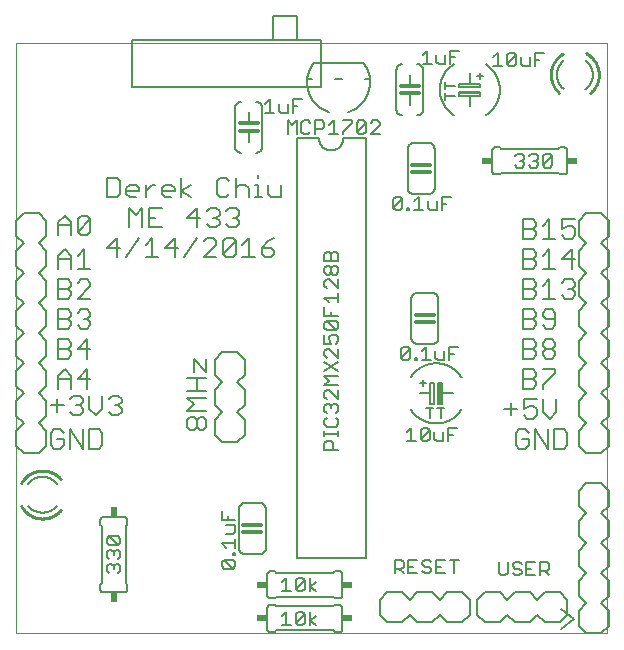
<source format=gto>
G75*
%MOIN*%
%OFA0B0*%
%FSLAX25Y25*%
%IPPOS*%
%LPD*%
%AMOC8*
5,1,8,0,0,1.08239X$1,22.5*
%
%ADD10C,0.00000*%
%ADD11C,0.00600*%
%ADD12C,0.01200*%
%ADD13C,0.00500*%
%ADD14C,0.00800*%
%ADD15C,0.01000*%
%ADD16R,0.03400X0.02400*%
%ADD17R,0.02400X0.03400*%
D10*
X0001800Y0002083D02*
X0001800Y0198934D01*
X0198650Y0198934D01*
X0198650Y0002083D01*
X0001800Y0002083D01*
D11*
X0029800Y0016833D02*
X0029800Y0018333D01*
X0030300Y0018833D01*
X0030300Y0037833D01*
X0029800Y0038333D01*
X0029800Y0039833D01*
X0029802Y0039893D01*
X0029807Y0039954D01*
X0029816Y0040013D01*
X0029829Y0040072D01*
X0029845Y0040131D01*
X0029865Y0040188D01*
X0029888Y0040243D01*
X0029915Y0040298D01*
X0029944Y0040350D01*
X0029977Y0040401D01*
X0030013Y0040450D01*
X0030051Y0040496D01*
X0030093Y0040540D01*
X0030137Y0040582D01*
X0030183Y0040620D01*
X0030232Y0040656D01*
X0030283Y0040689D01*
X0030335Y0040718D01*
X0030390Y0040745D01*
X0030445Y0040768D01*
X0030502Y0040788D01*
X0030561Y0040804D01*
X0030620Y0040817D01*
X0030679Y0040826D01*
X0030740Y0040831D01*
X0030800Y0040833D01*
X0037800Y0040833D01*
X0037860Y0040831D01*
X0037921Y0040826D01*
X0037980Y0040817D01*
X0038039Y0040804D01*
X0038098Y0040788D01*
X0038155Y0040768D01*
X0038210Y0040745D01*
X0038265Y0040718D01*
X0038317Y0040689D01*
X0038368Y0040656D01*
X0038417Y0040620D01*
X0038463Y0040582D01*
X0038507Y0040540D01*
X0038549Y0040496D01*
X0038587Y0040450D01*
X0038623Y0040401D01*
X0038656Y0040350D01*
X0038685Y0040298D01*
X0038712Y0040243D01*
X0038735Y0040188D01*
X0038755Y0040131D01*
X0038771Y0040072D01*
X0038784Y0040013D01*
X0038793Y0039954D01*
X0038798Y0039893D01*
X0038800Y0039833D01*
X0038800Y0038333D01*
X0038300Y0037833D01*
X0038300Y0018833D01*
X0038800Y0018333D01*
X0038800Y0016833D01*
X0038798Y0016773D01*
X0038793Y0016712D01*
X0038784Y0016653D01*
X0038771Y0016594D01*
X0038755Y0016535D01*
X0038735Y0016478D01*
X0038712Y0016423D01*
X0038685Y0016368D01*
X0038656Y0016316D01*
X0038623Y0016265D01*
X0038587Y0016216D01*
X0038549Y0016170D01*
X0038507Y0016126D01*
X0038463Y0016084D01*
X0038417Y0016046D01*
X0038368Y0016010D01*
X0038317Y0015977D01*
X0038265Y0015948D01*
X0038210Y0015921D01*
X0038155Y0015898D01*
X0038098Y0015878D01*
X0038039Y0015862D01*
X0037980Y0015849D01*
X0037921Y0015840D01*
X0037860Y0015835D01*
X0037800Y0015833D01*
X0030800Y0015833D01*
X0030740Y0015835D01*
X0030679Y0015840D01*
X0030620Y0015849D01*
X0030561Y0015862D01*
X0030502Y0015878D01*
X0030445Y0015898D01*
X0030390Y0015921D01*
X0030335Y0015948D01*
X0030283Y0015977D01*
X0030232Y0016010D01*
X0030183Y0016046D01*
X0030137Y0016084D01*
X0030093Y0016126D01*
X0030051Y0016170D01*
X0030013Y0016216D01*
X0029977Y0016265D01*
X0029944Y0016316D01*
X0029915Y0016368D01*
X0029888Y0016423D01*
X0029865Y0016478D01*
X0029845Y0016535D01*
X0029829Y0016594D01*
X0029816Y0016653D01*
X0029807Y0016712D01*
X0029802Y0016773D01*
X0029800Y0016833D01*
X0010550Y0042333D02*
X0010398Y0042335D01*
X0010247Y0042341D01*
X0010096Y0042350D01*
X0009944Y0042364D01*
X0009794Y0042381D01*
X0009644Y0042402D01*
X0009494Y0042427D01*
X0009345Y0042455D01*
X0009197Y0042488D01*
X0009050Y0042524D01*
X0008903Y0042563D01*
X0008758Y0042607D01*
X0008614Y0042654D01*
X0008471Y0042705D01*
X0008330Y0042759D01*
X0008189Y0042817D01*
X0008051Y0042878D01*
X0007914Y0042943D01*
X0007778Y0043012D01*
X0007645Y0043083D01*
X0007513Y0043158D01*
X0007383Y0043237D01*
X0007256Y0043318D01*
X0007130Y0043403D01*
X0007006Y0043491D01*
X0006885Y0043582D01*
X0006766Y0043676D01*
X0006650Y0043774D01*
X0006536Y0043874D01*
X0006424Y0043976D01*
X0006316Y0044082D01*
X0006210Y0044190D01*
X0006106Y0044301D01*
X0006006Y0044415D01*
X0005908Y0044531D01*
X0005814Y0044650D01*
X0010550Y0054333D02*
X0010704Y0054331D01*
X0010858Y0054325D01*
X0011012Y0054315D01*
X0011166Y0054301D01*
X0011319Y0054284D01*
X0011471Y0054262D01*
X0011623Y0054236D01*
X0011775Y0054207D01*
X0011925Y0054173D01*
X0012075Y0054136D01*
X0012223Y0054095D01*
X0012371Y0054050D01*
X0012517Y0054001D01*
X0012662Y0053949D01*
X0012805Y0053893D01*
X0012948Y0053833D01*
X0013088Y0053770D01*
X0013227Y0053703D01*
X0013364Y0053632D01*
X0013499Y0053558D01*
X0013632Y0053481D01*
X0013764Y0053400D01*
X0013893Y0053316D01*
X0014020Y0053228D01*
X0014144Y0053137D01*
X0014266Y0053044D01*
X0014386Y0052946D01*
X0014503Y0052846D01*
X0014618Y0052743D01*
X0014730Y0052637D01*
X0014839Y0052529D01*
X0014945Y0052417D01*
X0015049Y0052303D01*
X0015149Y0052186D01*
X0015247Y0052067D01*
X0015341Y0051945D01*
X0015432Y0051820D01*
X0010550Y0054333D02*
X0010400Y0054331D01*
X0010249Y0054325D01*
X0010099Y0054316D01*
X0009950Y0054303D01*
X0009800Y0054286D01*
X0009651Y0054265D01*
X0009503Y0054241D01*
X0009355Y0054213D01*
X0009208Y0054181D01*
X0009062Y0054146D01*
X0008917Y0054106D01*
X0008773Y0054064D01*
X0008630Y0054017D01*
X0008488Y0053967D01*
X0008347Y0053914D01*
X0008208Y0053857D01*
X0008070Y0053797D01*
X0007934Y0053733D01*
X0007800Y0053666D01*
X0007667Y0053595D01*
X0007536Y0053521D01*
X0007407Y0053444D01*
X0007280Y0053363D01*
X0007155Y0053280D01*
X0007032Y0053193D01*
X0006911Y0053104D01*
X0006793Y0053011D01*
X0006677Y0052915D01*
X0006563Y0052817D01*
X0006452Y0052716D01*
X0006343Y0052611D01*
X0006238Y0052505D01*
X0006134Y0052395D01*
X0006034Y0052283D01*
X0005936Y0052169D01*
X0005842Y0052052D01*
X0005750Y0051933D01*
X0010550Y0042333D02*
X0010702Y0042335D01*
X0010853Y0042341D01*
X0011004Y0042350D01*
X0011156Y0042364D01*
X0011306Y0042381D01*
X0011456Y0042402D01*
X0011606Y0042427D01*
X0011755Y0042455D01*
X0011903Y0042488D01*
X0012050Y0042524D01*
X0012197Y0042563D01*
X0012342Y0042607D01*
X0012486Y0042654D01*
X0012629Y0042705D01*
X0012770Y0042759D01*
X0012911Y0042817D01*
X0013049Y0042878D01*
X0013186Y0042943D01*
X0013322Y0043012D01*
X0013455Y0043083D01*
X0013587Y0043158D01*
X0013717Y0043237D01*
X0013844Y0043318D01*
X0013970Y0043403D01*
X0014094Y0043491D01*
X0014215Y0043582D01*
X0014334Y0043676D01*
X0014450Y0043774D01*
X0014564Y0043874D01*
X0014676Y0043976D01*
X0014784Y0044082D01*
X0014890Y0044190D01*
X0014994Y0044301D01*
X0015094Y0044415D01*
X0015192Y0044531D01*
X0015286Y0044650D01*
X0014418Y0063633D02*
X0013350Y0064701D01*
X0013350Y0068971D01*
X0014418Y0070039D01*
X0016553Y0070039D01*
X0017620Y0068971D01*
X0017620Y0066836D02*
X0015485Y0066836D01*
X0017620Y0066836D02*
X0017620Y0064701D01*
X0016553Y0063633D01*
X0014418Y0063633D01*
X0019795Y0063633D02*
X0019795Y0070039D01*
X0024066Y0063633D01*
X0024066Y0070039D01*
X0026241Y0070039D02*
X0029444Y0070039D01*
X0030511Y0068971D01*
X0030511Y0064701D01*
X0029444Y0063633D01*
X0026241Y0063633D01*
X0026241Y0070039D01*
X0028376Y0074883D02*
X0030511Y0077018D01*
X0030511Y0081289D01*
X0032686Y0080221D02*
X0033754Y0081289D01*
X0035889Y0081289D01*
X0036957Y0080221D01*
X0036957Y0079154D01*
X0035889Y0078086D01*
X0036957Y0077018D01*
X0036957Y0075951D01*
X0035889Y0074883D01*
X0033754Y0074883D01*
X0032686Y0075951D01*
X0034822Y0078086D02*
X0035889Y0078086D01*
X0028376Y0074883D02*
X0026241Y0077018D01*
X0026241Y0081289D01*
X0024066Y0080221D02*
X0024066Y0079154D01*
X0022998Y0078086D01*
X0024066Y0077018D01*
X0024066Y0075951D01*
X0022998Y0074883D01*
X0020863Y0074883D01*
X0019795Y0075951D01*
X0021931Y0078086D02*
X0022998Y0078086D01*
X0024066Y0080221D02*
X0022998Y0081289D01*
X0020863Y0081289D01*
X0019795Y0080221D01*
X0017620Y0078086D02*
X0013350Y0078086D01*
X0015485Y0080221D02*
X0015485Y0075951D01*
X0015850Y0083633D02*
X0015850Y0087904D01*
X0017985Y0090039D01*
X0020120Y0087904D01*
X0020120Y0083633D01*
X0020120Y0086836D02*
X0015850Y0086836D01*
X0022295Y0086836D02*
X0026566Y0086836D01*
X0025498Y0083633D02*
X0025498Y0090039D01*
X0022295Y0086836D01*
X0025498Y0093633D02*
X0025498Y0100039D01*
X0022295Y0096836D01*
X0026566Y0096836D01*
X0025498Y0103633D02*
X0023363Y0103633D01*
X0022295Y0104701D01*
X0020120Y0104701D02*
X0019053Y0103633D01*
X0015850Y0103633D01*
X0015850Y0110039D01*
X0019053Y0110039D01*
X0020120Y0108971D01*
X0020120Y0107904D01*
X0019053Y0106836D01*
X0015850Y0106836D01*
X0019053Y0106836D02*
X0020120Y0105768D01*
X0020120Y0104701D01*
X0022295Y0108971D02*
X0023363Y0110039D01*
X0025498Y0110039D01*
X0026566Y0108971D01*
X0026566Y0107904D01*
X0025498Y0106836D01*
X0026566Y0105768D01*
X0026566Y0104701D01*
X0025498Y0103633D01*
X0025498Y0106836D02*
X0024431Y0106836D01*
X0026566Y0113633D02*
X0022295Y0113633D01*
X0026566Y0117904D01*
X0026566Y0118971D01*
X0025498Y0120039D01*
X0023363Y0120039D01*
X0022295Y0118971D01*
X0020120Y0118971D02*
X0019053Y0120039D01*
X0015850Y0120039D01*
X0015850Y0113633D01*
X0019053Y0113633D01*
X0020120Y0114701D01*
X0020120Y0115768D01*
X0019053Y0116836D01*
X0015850Y0116836D01*
X0019053Y0116836D02*
X0020120Y0117904D01*
X0020120Y0118971D01*
X0020120Y0123633D02*
X0020120Y0127904D01*
X0017985Y0130039D01*
X0015850Y0127904D01*
X0015850Y0123633D01*
X0015850Y0126836D02*
X0020120Y0126836D01*
X0022295Y0127904D02*
X0024431Y0130039D01*
X0024431Y0123633D01*
X0026566Y0123633D02*
X0022295Y0123633D01*
X0023363Y0134883D02*
X0022295Y0135951D01*
X0026566Y0140221D01*
X0026566Y0135951D01*
X0025498Y0134883D01*
X0023363Y0134883D01*
X0022295Y0135951D02*
X0022295Y0140221D01*
X0023363Y0141289D01*
X0025498Y0141289D01*
X0026566Y0140221D01*
X0032100Y0147383D02*
X0035303Y0147383D01*
X0036370Y0148451D01*
X0036370Y0152721D01*
X0035303Y0153789D01*
X0032100Y0153789D01*
X0032100Y0147383D01*
X0038545Y0148451D02*
X0038545Y0150586D01*
X0039613Y0151654D01*
X0041748Y0151654D01*
X0042816Y0150586D01*
X0042816Y0149518D01*
X0038545Y0149518D01*
X0038545Y0148451D02*
X0039613Y0147383D01*
X0041748Y0147383D01*
X0044991Y0147383D02*
X0044991Y0151654D01*
X0047126Y0151654D02*
X0044991Y0149518D01*
X0047126Y0151654D02*
X0048194Y0151654D01*
X0050362Y0150586D02*
X0050362Y0148451D01*
X0051430Y0147383D01*
X0053565Y0147383D01*
X0054633Y0149518D02*
X0050362Y0149518D01*
X0050362Y0150586D02*
X0051430Y0151654D01*
X0053565Y0151654D01*
X0054633Y0150586D01*
X0054633Y0149518D01*
X0056808Y0149518D02*
X0060010Y0151654D01*
X0056808Y0153789D02*
X0056808Y0147383D01*
X0056808Y0149518D02*
X0060010Y0147383D01*
X0062139Y0143789D02*
X0058936Y0140586D01*
X0063207Y0140586D01*
X0065382Y0138451D02*
X0066450Y0137383D01*
X0068585Y0137383D01*
X0069652Y0138451D01*
X0069652Y0139518D01*
X0068585Y0140586D01*
X0067517Y0140586D01*
X0068585Y0140586D02*
X0069652Y0141654D01*
X0069652Y0142721D01*
X0068585Y0143789D01*
X0066450Y0143789D01*
X0065382Y0142721D01*
X0062139Y0143789D02*
X0062139Y0137383D01*
X0062152Y0133789D02*
X0057882Y0127383D01*
X0054639Y0127383D02*
X0054639Y0133789D01*
X0051436Y0130586D01*
X0055707Y0130586D01*
X0049261Y0127383D02*
X0044991Y0127383D01*
X0047126Y0127383D02*
X0047126Y0133789D01*
X0044991Y0131654D01*
X0042816Y0133789D02*
X0038545Y0127383D01*
X0035303Y0127383D02*
X0035303Y0133789D01*
X0032100Y0130586D01*
X0036370Y0130586D01*
X0039600Y0137383D02*
X0039600Y0143789D01*
X0041735Y0141654D01*
X0043870Y0143789D01*
X0043870Y0137383D01*
X0046045Y0137383D02*
X0050316Y0137383D01*
X0048181Y0140586D02*
X0046045Y0140586D01*
X0046045Y0143789D02*
X0046045Y0137383D01*
X0046045Y0143789D02*
X0050316Y0143789D01*
X0064327Y0132721D02*
X0065395Y0133789D01*
X0067530Y0133789D01*
X0068598Y0132721D01*
X0068598Y0131654D01*
X0064327Y0127383D01*
X0068598Y0127383D01*
X0070773Y0128451D02*
X0075043Y0132721D01*
X0075043Y0128451D01*
X0073976Y0127383D01*
X0071841Y0127383D01*
X0070773Y0128451D01*
X0070773Y0132721D01*
X0071841Y0133789D01*
X0073976Y0133789D01*
X0075043Y0132721D01*
X0077218Y0131654D02*
X0079354Y0133789D01*
X0079354Y0127383D01*
X0081489Y0127383D02*
X0077218Y0127383D01*
X0083664Y0128451D02*
X0084732Y0127383D01*
X0086867Y0127383D01*
X0087934Y0128451D01*
X0087934Y0129518D01*
X0086867Y0130586D01*
X0083664Y0130586D01*
X0083664Y0128451D01*
X0083664Y0130586D02*
X0085799Y0132721D01*
X0087934Y0133789D01*
X0076098Y0138451D02*
X0075030Y0137383D01*
X0072895Y0137383D01*
X0071827Y0138451D01*
X0073963Y0140586D02*
X0075030Y0140586D01*
X0076098Y0139518D01*
X0076098Y0138451D01*
X0075030Y0140586D02*
X0076098Y0141654D01*
X0076098Y0142721D01*
X0075030Y0143789D01*
X0072895Y0143789D01*
X0071827Y0142721D01*
X0071827Y0147383D02*
X0069692Y0147383D01*
X0068624Y0148451D01*
X0068624Y0152721D01*
X0069692Y0153789D01*
X0071827Y0153789D01*
X0072895Y0152721D01*
X0075070Y0153789D02*
X0075070Y0147383D01*
X0072895Y0148451D02*
X0071827Y0147383D01*
X0075070Y0150586D02*
X0076138Y0151654D01*
X0078273Y0151654D01*
X0079340Y0150586D01*
X0079340Y0147383D01*
X0081515Y0147383D02*
X0083651Y0147383D01*
X0082583Y0147383D02*
X0082583Y0151654D01*
X0081515Y0151654D01*
X0082583Y0153789D02*
X0082583Y0154856D01*
X0085812Y0151654D02*
X0085812Y0148451D01*
X0086880Y0147383D01*
X0090083Y0147383D01*
X0090083Y0151654D01*
X0083800Y0164333D02*
X0083800Y0177333D01*
X0083798Y0177420D01*
X0083792Y0177507D01*
X0083783Y0177594D01*
X0083770Y0177680D01*
X0083753Y0177766D01*
X0083732Y0177851D01*
X0083707Y0177934D01*
X0083679Y0178017D01*
X0083648Y0178098D01*
X0083613Y0178178D01*
X0083574Y0178256D01*
X0083532Y0178333D01*
X0083487Y0178408D01*
X0083438Y0178480D01*
X0083387Y0178551D01*
X0083332Y0178619D01*
X0083275Y0178684D01*
X0083214Y0178747D01*
X0083151Y0178808D01*
X0083086Y0178865D01*
X0083018Y0178920D01*
X0082947Y0178971D01*
X0082875Y0179020D01*
X0082800Y0179065D01*
X0082723Y0179107D01*
X0082645Y0179146D01*
X0082565Y0179181D01*
X0082484Y0179212D01*
X0082401Y0179240D01*
X0082318Y0179265D01*
X0082233Y0179286D01*
X0082147Y0179303D01*
X0082061Y0179316D01*
X0081974Y0179325D01*
X0081887Y0179331D01*
X0081800Y0179333D01*
X0079300Y0175833D02*
X0079300Y0172033D01*
X0079300Y0169533D02*
X0079300Y0165833D01*
X0076800Y0162333D02*
X0076713Y0162335D01*
X0076626Y0162341D01*
X0076539Y0162350D01*
X0076453Y0162363D01*
X0076367Y0162380D01*
X0076282Y0162401D01*
X0076199Y0162426D01*
X0076116Y0162454D01*
X0076035Y0162485D01*
X0075955Y0162520D01*
X0075877Y0162559D01*
X0075800Y0162601D01*
X0075725Y0162646D01*
X0075653Y0162695D01*
X0075582Y0162746D01*
X0075514Y0162801D01*
X0075449Y0162858D01*
X0075386Y0162919D01*
X0075325Y0162982D01*
X0075268Y0163047D01*
X0075213Y0163115D01*
X0075162Y0163186D01*
X0075113Y0163258D01*
X0075068Y0163333D01*
X0075026Y0163410D01*
X0074987Y0163488D01*
X0074952Y0163568D01*
X0074921Y0163649D01*
X0074893Y0163732D01*
X0074868Y0163815D01*
X0074847Y0163900D01*
X0074830Y0163986D01*
X0074817Y0164072D01*
X0074808Y0164159D01*
X0074802Y0164246D01*
X0074800Y0164333D01*
X0074800Y0177333D01*
X0074802Y0177420D01*
X0074808Y0177507D01*
X0074817Y0177594D01*
X0074830Y0177680D01*
X0074847Y0177766D01*
X0074868Y0177851D01*
X0074893Y0177934D01*
X0074921Y0178017D01*
X0074952Y0178098D01*
X0074987Y0178178D01*
X0075026Y0178256D01*
X0075068Y0178333D01*
X0075113Y0178408D01*
X0075162Y0178480D01*
X0075213Y0178551D01*
X0075268Y0178619D01*
X0075325Y0178684D01*
X0075386Y0178747D01*
X0075449Y0178808D01*
X0075514Y0178865D01*
X0075582Y0178920D01*
X0075653Y0178971D01*
X0075725Y0179020D01*
X0075800Y0179065D01*
X0075877Y0179107D01*
X0075955Y0179146D01*
X0076035Y0179181D01*
X0076116Y0179212D01*
X0076199Y0179240D01*
X0076282Y0179265D01*
X0076367Y0179286D01*
X0076453Y0179303D01*
X0076539Y0179316D01*
X0076626Y0179325D01*
X0076713Y0179331D01*
X0076800Y0179333D01*
X0083800Y0164333D02*
X0083798Y0164246D01*
X0083792Y0164159D01*
X0083783Y0164072D01*
X0083770Y0163986D01*
X0083753Y0163900D01*
X0083732Y0163815D01*
X0083707Y0163732D01*
X0083679Y0163649D01*
X0083648Y0163568D01*
X0083613Y0163488D01*
X0083574Y0163410D01*
X0083532Y0163333D01*
X0083487Y0163258D01*
X0083438Y0163186D01*
X0083387Y0163115D01*
X0083332Y0163047D01*
X0083275Y0162982D01*
X0083214Y0162919D01*
X0083151Y0162858D01*
X0083086Y0162801D01*
X0083018Y0162746D01*
X0082947Y0162695D01*
X0082875Y0162646D01*
X0082800Y0162601D01*
X0082723Y0162559D01*
X0082645Y0162520D01*
X0082565Y0162485D01*
X0082484Y0162454D01*
X0082401Y0162426D01*
X0082318Y0162401D01*
X0082233Y0162380D01*
X0082147Y0162363D01*
X0082061Y0162350D01*
X0081974Y0162341D01*
X0081887Y0162335D01*
X0081800Y0162333D01*
X0095300Y0167083D02*
X0102800Y0167083D01*
X0102802Y0166957D01*
X0102808Y0166832D01*
X0102818Y0166707D01*
X0102832Y0166582D01*
X0102849Y0166457D01*
X0102871Y0166333D01*
X0102896Y0166210D01*
X0102926Y0166088D01*
X0102959Y0165967D01*
X0102996Y0165847D01*
X0103036Y0165728D01*
X0103081Y0165611D01*
X0103129Y0165494D01*
X0103181Y0165380D01*
X0103236Y0165267D01*
X0103295Y0165156D01*
X0103357Y0165047D01*
X0103423Y0164940D01*
X0103492Y0164835D01*
X0103564Y0164732D01*
X0103639Y0164631D01*
X0103718Y0164533D01*
X0103800Y0164438D01*
X0103884Y0164345D01*
X0103972Y0164255D01*
X0104062Y0164167D01*
X0104155Y0164083D01*
X0104250Y0164001D01*
X0104348Y0163922D01*
X0104449Y0163847D01*
X0104552Y0163775D01*
X0104657Y0163706D01*
X0104764Y0163640D01*
X0104873Y0163578D01*
X0104984Y0163519D01*
X0105097Y0163464D01*
X0105211Y0163412D01*
X0105328Y0163364D01*
X0105445Y0163319D01*
X0105564Y0163279D01*
X0105684Y0163242D01*
X0105805Y0163209D01*
X0105927Y0163179D01*
X0106050Y0163154D01*
X0106174Y0163132D01*
X0106299Y0163115D01*
X0106424Y0163101D01*
X0106549Y0163091D01*
X0106674Y0163085D01*
X0106800Y0163083D01*
X0106926Y0163085D01*
X0107051Y0163091D01*
X0107176Y0163101D01*
X0107301Y0163115D01*
X0107426Y0163132D01*
X0107550Y0163154D01*
X0107673Y0163179D01*
X0107795Y0163209D01*
X0107916Y0163242D01*
X0108036Y0163279D01*
X0108155Y0163319D01*
X0108272Y0163364D01*
X0108389Y0163412D01*
X0108503Y0163464D01*
X0108616Y0163519D01*
X0108727Y0163578D01*
X0108836Y0163640D01*
X0108943Y0163706D01*
X0109048Y0163775D01*
X0109151Y0163847D01*
X0109252Y0163922D01*
X0109350Y0164001D01*
X0109445Y0164083D01*
X0109538Y0164167D01*
X0109628Y0164255D01*
X0109716Y0164345D01*
X0109800Y0164438D01*
X0109882Y0164533D01*
X0109961Y0164631D01*
X0110036Y0164732D01*
X0110108Y0164835D01*
X0110177Y0164940D01*
X0110243Y0165047D01*
X0110305Y0165156D01*
X0110364Y0165267D01*
X0110419Y0165380D01*
X0110471Y0165494D01*
X0110519Y0165611D01*
X0110564Y0165728D01*
X0110604Y0165847D01*
X0110641Y0165967D01*
X0110674Y0166088D01*
X0110704Y0166210D01*
X0110729Y0166333D01*
X0110751Y0166457D01*
X0110768Y0166582D01*
X0110782Y0166707D01*
X0110792Y0166832D01*
X0110798Y0166957D01*
X0110800Y0167083D01*
X0118300Y0167083D01*
X0118300Y0027083D01*
X0095300Y0027083D01*
X0095300Y0167083D01*
X0128550Y0176833D02*
X0128550Y0189833D01*
X0128552Y0189920D01*
X0128558Y0190007D01*
X0128567Y0190094D01*
X0128580Y0190180D01*
X0128597Y0190266D01*
X0128618Y0190351D01*
X0128643Y0190434D01*
X0128671Y0190517D01*
X0128702Y0190598D01*
X0128737Y0190678D01*
X0128776Y0190756D01*
X0128818Y0190833D01*
X0128863Y0190908D01*
X0128912Y0190980D01*
X0128963Y0191051D01*
X0129018Y0191119D01*
X0129075Y0191184D01*
X0129136Y0191247D01*
X0129199Y0191308D01*
X0129264Y0191365D01*
X0129332Y0191420D01*
X0129403Y0191471D01*
X0129475Y0191520D01*
X0129550Y0191565D01*
X0129627Y0191607D01*
X0129705Y0191646D01*
X0129785Y0191681D01*
X0129866Y0191712D01*
X0129949Y0191740D01*
X0130032Y0191765D01*
X0130117Y0191786D01*
X0130203Y0191803D01*
X0130289Y0191816D01*
X0130376Y0191825D01*
X0130463Y0191831D01*
X0130550Y0191833D01*
X0133050Y0188333D02*
X0133050Y0184533D01*
X0133050Y0182033D02*
X0133050Y0178333D01*
X0130550Y0174833D02*
X0130463Y0174835D01*
X0130376Y0174841D01*
X0130289Y0174850D01*
X0130203Y0174863D01*
X0130117Y0174880D01*
X0130032Y0174901D01*
X0129949Y0174926D01*
X0129866Y0174954D01*
X0129785Y0174985D01*
X0129705Y0175020D01*
X0129627Y0175059D01*
X0129550Y0175101D01*
X0129475Y0175146D01*
X0129403Y0175195D01*
X0129332Y0175246D01*
X0129264Y0175301D01*
X0129199Y0175358D01*
X0129136Y0175419D01*
X0129075Y0175482D01*
X0129018Y0175547D01*
X0128963Y0175615D01*
X0128912Y0175686D01*
X0128863Y0175758D01*
X0128818Y0175833D01*
X0128776Y0175910D01*
X0128737Y0175988D01*
X0128702Y0176068D01*
X0128671Y0176149D01*
X0128643Y0176232D01*
X0128618Y0176315D01*
X0128597Y0176400D01*
X0128580Y0176486D01*
X0128567Y0176572D01*
X0128558Y0176659D01*
X0128552Y0176746D01*
X0128550Y0176833D01*
X0135550Y0174833D02*
X0135637Y0174835D01*
X0135724Y0174841D01*
X0135811Y0174850D01*
X0135897Y0174863D01*
X0135983Y0174880D01*
X0136068Y0174901D01*
X0136151Y0174926D01*
X0136234Y0174954D01*
X0136315Y0174985D01*
X0136395Y0175020D01*
X0136473Y0175059D01*
X0136550Y0175101D01*
X0136625Y0175146D01*
X0136697Y0175195D01*
X0136768Y0175246D01*
X0136836Y0175301D01*
X0136901Y0175358D01*
X0136964Y0175419D01*
X0137025Y0175482D01*
X0137082Y0175547D01*
X0137137Y0175615D01*
X0137188Y0175686D01*
X0137237Y0175758D01*
X0137282Y0175833D01*
X0137324Y0175910D01*
X0137363Y0175988D01*
X0137398Y0176068D01*
X0137429Y0176149D01*
X0137457Y0176232D01*
X0137482Y0176315D01*
X0137503Y0176400D01*
X0137520Y0176486D01*
X0137533Y0176572D01*
X0137542Y0176659D01*
X0137548Y0176746D01*
X0137550Y0176833D01*
X0137550Y0189833D01*
X0137548Y0189920D01*
X0137542Y0190007D01*
X0137533Y0190094D01*
X0137520Y0190180D01*
X0137503Y0190266D01*
X0137482Y0190351D01*
X0137457Y0190434D01*
X0137429Y0190517D01*
X0137398Y0190598D01*
X0137363Y0190678D01*
X0137324Y0190756D01*
X0137282Y0190833D01*
X0137237Y0190908D01*
X0137188Y0190980D01*
X0137137Y0191051D01*
X0137082Y0191119D01*
X0137025Y0191184D01*
X0136964Y0191247D01*
X0136901Y0191308D01*
X0136836Y0191365D01*
X0136768Y0191420D01*
X0136697Y0191471D01*
X0136625Y0191520D01*
X0136550Y0191565D01*
X0136473Y0191607D01*
X0136395Y0191646D01*
X0136315Y0191681D01*
X0136234Y0191712D01*
X0136151Y0191740D01*
X0136068Y0191765D01*
X0135983Y0191786D01*
X0135897Y0191803D01*
X0135811Y0191816D01*
X0135724Y0191825D01*
X0135637Y0191831D01*
X0135550Y0191833D01*
X0149550Y0185333D02*
X0149550Y0184033D01*
X0156550Y0184033D01*
X0156550Y0185333D01*
X0153050Y0185333D01*
X0149550Y0185333D01*
X0149550Y0182633D02*
X0149550Y0181333D01*
X0153050Y0181333D01*
X0156550Y0181333D01*
X0156550Y0182633D01*
X0149550Y0182633D01*
X0150050Y0182033D02*
X0156050Y0182033D01*
X0153050Y0181333D02*
X0153050Y0177833D01*
X0147762Y0174846D02*
X0147556Y0174977D01*
X0147354Y0175114D01*
X0147155Y0175256D01*
X0146959Y0175402D01*
X0146767Y0175553D01*
X0146579Y0175709D01*
X0146395Y0175869D01*
X0146215Y0176034D01*
X0146038Y0176203D01*
X0145866Y0176376D01*
X0145699Y0176554D01*
X0145535Y0176735D01*
X0145376Y0176921D01*
X0145222Y0177110D01*
X0145072Y0177303D01*
X0144927Y0177500D01*
X0144787Y0177700D01*
X0144652Y0177903D01*
X0144522Y0178110D01*
X0144397Y0178320D01*
X0144277Y0178533D01*
X0144163Y0178748D01*
X0144054Y0178967D01*
X0143950Y0179188D01*
X0143851Y0179411D01*
X0143758Y0179637D01*
X0143671Y0179865D01*
X0143589Y0180095D01*
X0143512Y0180327D01*
X0143442Y0180561D01*
X0143377Y0180797D01*
X0143318Y0181034D01*
X0143265Y0181272D01*
X0143217Y0181511D01*
X0143176Y0181752D01*
X0143140Y0181994D01*
X0143110Y0182236D01*
X0143087Y0182479D01*
X0143069Y0182723D01*
X0143057Y0182967D01*
X0143051Y0183211D01*
X0143051Y0183455D01*
X0143057Y0183699D01*
X0143069Y0183943D01*
X0143087Y0184187D01*
X0143110Y0184430D01*
X0143140Y0184672D01*
X0143176Y0184914D01*
X0143217Y0185155D01*
X0143265Y0185394D01*
X0143318Y0185632D01*
X0143377Y0185869D01*
X0143442Y0186105D01*
X0143512Y0186339D01*
X0143589Y0186571D01*
X0143671Y0186801D01*
X0143758Y0187029D01*
X0143851Y0187255D01*
X0143950Y0187478D01*
X0144054Y0187699D01*
X0144163Y0187918D01*
X0144277Y0188133D01*
X0144397Y0188346D01*
X0144522Y0188556D01*
X0144652Y0188763D01*
X0144787Y0188966D01*
X0144927Y0189166D01*
X0145072Y0189363D01*
X0145222Y0189556D01*
X0145376Y0189745D01*
X0145535Y0189931D01*
X0145699Y0190112D01*
X0145866Y0190290D01*
X0146038Y0190463D01*
X0146215Y0190632D01*
X0146395Y0190797D01*
X0146579Y0190957D01*
X0146767Y0191113D01*
X0146959Y0191264D01*
X0147155Y0191410D01*
X0147354Y0191552D01*
X0147556Y0191689D01*
X0147762Y0191820D01*
X0153050Y0188833D02*
X0153050Y0185333D01*
X0158338Y0191820D02*
X0158544Y0191689D01*
X0158746Y0191552D01*
X0158945Y0191410D01*
X0159141Y0191264D01*
X0159333Y0191113D01*
X0159521Y0190957D01*
X0159705Y0190797D01*
X0159885Y0190632D01*
X0160062Y0190463D01*
X0160234Y0190290D01*
X0160401Y0190112D01*
X0160565Y0189931D01*
X0160724Y0189745D01*
X0160878Y0189556D01*
X0161028Y0189363D01*
X0161173Y0189166D01*
X0161313Y0188966D01*
X0161448Y0188763D01*
X0161578Y0188556D01*
X0161703Y0188346D01*
X0161823Y0188133D01*
X0161937Y0187918D01*
X0162046Y0187699D01*
X0162150Y0187478D01*
X0162249Y0187255D01*
X0162342Y0187029D01*
X0162429Y0186801D01*
X0162511Y0186571D01*
X0162588Y0186339D01*
X0162658Y0186105D01*
X0162723Y0185869D01*
X0162782Y0185632D01*
X0162835Y0185394D01*
X0162883Y0185155D01*
X0162924Y0184914D01*
X0162960Y0184672D01*
X0162990Y0184430D01*
X0163013Y0184187D01*
X0163031Y0183943D01*
X0163043Y0183699D01*
X0163049Y0183455D01*
X0163049Y0183211D01*
X0163043Y0182967D01*
X0163031Y0182723D01*
X0163013Y0182479D01*
X0162990Y0182236D01*
X0162960Y0181994D01*
X0162924Y0181752D01*
X0162883Y0181511D01*
X0162835Y0181272D01*
X0162782Y0181034D01*
X0162723Y0180797D01*
X0162658Y0180561D01*
X0162588Y0180327D01*
X0162511Y0180095D01*
X0162429Y0179865D01*
X0162342Y0179637D01*
X0162249Y0179411D01*
X0162150Y0179188D01*
X0162046Y0178967D01*
X0161937Y0178748D01*
X0161823Y0178533D01*
X0161703Y0178320D01*
X0161578Y0178110D01*
X0161448Y0177903D01*
X0161313Y0177700D01*
X0161173Y0177500D01*
X0161028Y0177303D01*
X0160878Y0177110D01*
X0160724Y0176921D01*
X0160565Y0176735D01*
X0160401Y0176554D01*
X0160234Y0176376D01*
X0160062Y0176203D01*
X0159885Y0176034D01*
X0159705Y0175869D01*
X0159521Y0175709D01*
X0159333Y0175553D01*
X0159141Y0175402D01*
X0158945Y0175256D01*
X0158746Y0175114D01*
X0158544Y0174977D01*
X0158338Y0174846D01*
X0161550Y0164083D02*
X0163050Y0164083D01*
X0163550Y0163583D01*
X0182550Y0163583D01*
X0183050Y0164083D01*
X0184550Y0164083D01*
X0184610Y0164081D01*
X0184671Y0164076D01*
X0184730Y0164067D01*
X0184789Y0164054D01*
X0184848Y0164038D01*
X0184905Y0164018D01*
X0184960Y0163995D01*
X0185015Y0163968D01*
X0185067Y0163939D01*
X0185118Y0163906D01*
X0185167Y0163870D01*
X0185213Y0163832D01*
X0185257Y0163790D01*
X0185299Y0163746D01*
X0185337Y0163700D01*
X0185373Y0163651D01*
X0185406Y0163600D01*
X0185435Y0163548D01*
X0185462Y0163493D01*
X0185485Y0163438D01*
X0185505Y0163381D01*
X0185521Y0163322D01*
X0185534Y0163263D01*
X0185543Y0163204D01*
X0185548Y0163143D01*
X0185550Y0163083D01*
X0185550Y0156083D01*
X0185548Y0156023D01*
X0185543Y0155962D01*
X0185534Y0155903D01*
X0185521Y0155844D01*
X0185505Y0155785D01*
X0185485Y0155728D01*
X0185462Y0155673D01*
X0185435Y0155618D01*
X0185406Y0155566D01*
X0185373Y0155515D01*
X0185337Y0155466D01*
X0185299Y0155420D01*
X0185257Y0155376D01*
X0185213Y0155334D01*
X0185167Y0155296D01*
X0185118Y0155260D01*
X0185067Y0155227D01*
X0185015Y0155198D01*
X0184960Y0155171D01*
X0184905Y0155148D01*
X0184848Y0155128D01*
X0184789Y0155112D01*
X0184730Y0155099D01*
X0184671Y0155090D01*
X0184610Y0155085D01*
X0184550Y0155083D01*
X0183050Y0155083D01*
X0182550Y0155583D01*
X0163550Y0155583D01*
X0163050Y0155083D01*
X0161550Y0155083D01*
X0161490Y0155085D01*
X0161429Y0155090D01*
X0161370Y0155099D01*
X0161311Y0155112D01*
X0161252Y0155128D01*
X0161195Y0155148D01*
X0161140Y0155171D01*
X0161085Y0155198D01*
X0161033Y0155227D01*
X0160982Y0155260D01*
X0160933Y0155296D01*
X0160887Y0155334D01*
X0160843Y0155376D01*
X0160801Y0155420D01*
X0160763Y0155466D01*
X0160727Y0155515D01*
X0160694Y0155566D01*
X0160665Y0155618D01*
X0160638Y0155673D01*
X0160615Y0155728D01*
X0160595Y0155785D01*
X0160579Y0155844D01*
X0160566Y0155903D01*
X0160557Y0155962D01*
X0160552Y0156023D01*
X0160550Y0156083D01*
X0160550Y0163083D01*
X0160552Y0163143D01*
X0160557Y0163204D01*
X0160566Y0163263D01*
X0160579Y0163322D01*
X0160595Y0163381D01*
X0160615Y0163438D01*
X0160638Y0163493D01*
X0160665Y0163548D01*
X0160694Y0163600D01*
X0160727Y0163651D01*
X0160763Y0163700D01*
X0160801Y0163746D01*
X0160843Y0163790D01*
X0160887Y0163832D01*
X0160933Y0163870D01*
X0160982Y0163906D01*
X0161033Y0163939D01*
X0161085Y0163968D01*
X0161140Y0163995D01*
X0161195Y0164018D01*
X0161252Y0164038D01*
X0161311Y0164054D01*
X0161370Y0164067D01*
X0161429Y0164076D01*
X0161490Y0164081D01*
X0161550Y0164083D01*
X0141300Y0163583D02*
X0141300Y0150583D01*
X0141298Y0150496D01*
X0141292Y0150409D01*
X0141283Y0150322D01*
X0141270Y0150236D01*
X0141253Y0150150D01*
X0141232Y0150065D01*
X0141207Y0149982D01*
X0141179Y0149899D01*
X0141148Y0149818D01*
X0141113Y0149738D01*
X0141074Y0149660D01*
X0141032Y0149583D01*
X0140987Y0149508D01*
X0140938Y0149436D01*
X0140887Y0149365D01*
X0140832Y0149297D01*
X0140775Y0149232D01*
X0140714Y0149169D01*
X0140651Y0149108D01*
X0140586Y0149051D01*
X0140518Y0148996D01*
X0140447Y0148945D01*
X0140375Y0148896D01*
X0140300Y0148851D01*
X0140223Y0148809D01*
X0140145Y0148770D01*
X0140065Y0148735D01*
X0139984Y0148704D01*
X0139901Y0148676D01*
X0139818Y0148651D01*
X0139733Y0148630D01*
X0139647Y0148613D01*
X0139561Y0148600D01*
X0139474Y0148591D01*
X0139387Y0148585D01*
X0139300Y0148583D01*
X0134300Y0148583D01*
X0134213Y0148585D01*
X0134126Y0148591D01*
X0134039Y0148600D01*
X0133953Y0148613D01*
X0133867Y0148630D01*
X0133782Y0148651D01*
X0133699Y0148676D01*
X0133616Y0148704D01*
X0133535Y0148735D01*
X0133455Y0148770D01*
X0133377Y0148809D01*
X0133300Y0148851D01*
X0133225Y0148896D01*
X0133153Y0148945D01*
X0133082Y0148996D01*
X0133014Y0149051D01*
X0132949Y0149108D01*
X0132886Y0149169D01*
X0132825Y0149232D01*
X0132768Y0149297D01*
X0132713Y0149365D01*
X0132662Y0149436D01*
X0132613Y0149508D01*
X0132568Y0149583D01*
X0132526Y0149660D01*
X0132487Y0149738D01*
X0132452Y0149818D01*
X0132421Y0149899D01*
X0132393Y0149982D01*
X0132368Y0150065D01*
X0132347Y0150150D01*
X0132330Y0150236D01*
X0132317Y0150322D01*
X0132308Y0150409D01*
X0132302Y0150496D01*
X0132300Y0150583D01*
X0132300Y0163583D01*
X0132302Y0163670D01*
X0132308Y0163757D01*
X0132317Y0163844D01*
X0132330Y0163930D01*
X0132347Y0164016D01*
X0132368Y0164101D01*
X0132393Y0164184D01*
X0132421Y0164267D01*
X0132452Y0164348D01*
X0132487Y0164428D01*
X0132526Y0164506D01*
X0132568Y0164583D01*
X0132613Y0164658D01*
X0132662Y0164730D01*
X0132713Y0164801D01*
X0132768Y0164869D01*
X0132825Y0164934D01*
X0132886Y0164997D01*
X0132949Y0165058D01*
X0133014Y0165115D01*
X0133082Y0165170D01*
X0133153Y0165221D01*
X0133225Y0165270D01*
X0133300Y0165315D01*
X0133377Y0165357D01*
X0133455Y0165396D01*
X0133535Y0165431D01*
X0133616Y0165462D01*
X0133699Y0165490D01*
X0133782Y0165515D01*
X0133867Y0165536D01*
X0133953Y0165553D01*
X0134039Y0165566D01*
X0134126Y0165575D01*
X0134213Y0165581D01*
X0134300Y0165583D01*
X0139300Y0165583D01*
X0139387Y0165581D01*
X0139474Y0165575D01*
X0139561Y0165566D01*
X0139647Y0165553D01*
X0139733Y0165536D01*
X0139818Y0165515D01*
X0139901Y0165490D01*
X0139984Y0165462D01*
X0140065Y0165431D01*
X0140145Y0165396D01*
X0140223Y0165357D01*
X0140300Y0165315D01*
X0140375Y0165270D01*
X0140447Y0165221D01*
X0140518Y0165170D01*
X0140586Y0165115D01*
X0140651Y0165058D01*
X0140714Y0164997D01*
X0140775Y0164934D01*
X0140832Y0164869D01*
X0140887Y0164801D01*
X0140938Y0164730D01*
X0140987Y0164658D01*
X0141032Y0164583D01*
X0141074Y0164506D01*
X0141113Y0164428D01*
X0141148Y0164348D01*
X0141179Y0164267D01*
X0141207Y0164184D01*
X0141232Y0164101D01*
X0141253Y0164016D01*
X0141270Y0163930D01*
X0141283Y0163844D01*
X0141292Y0163757D01*
X0141298Y0163670D01*
X0141300Y0163583D01*
X0156550Y0186833D02*
X0156550Y0188833D01*
X0155550Y0187833D02*
X0157550Y0187833D01*
X0191650Y0193133D02*
X0191769Y0193041D01*
X0191886Y0192947D01*
X0192000Y0192849D01*
X0192112Y0192749D01*
X0192222Y0192645D01*
X0192328Y0192540D01*
X0192433Y0192431D01*
X0192534Y0192320D01*
X0192632Y0192206D01*
X0192728Y0192090D01*
X0192821Y0191972D01*
X0192910Y0191851D01*
X0192997Y0191728D01*
X0193080Y0191603D01*
X0193161Y0191476D01*
X0193238Y0191347D01*
X0193312Y0191216D01*
X0193383Y0191083D01*
X0193450Y0190949D01*
X0193514Y0190813D01*
X0193574Y0190675D01*
X0193631Y0190536D01*
X0193684Y0190395D01*
X0193734Y0190253D01*
X0193781Y0190110D01*
X0193823Y0189966D01*
X0193863Y0189821D01*
X0193898Y0189675D01*
X0193930Y0189528D01*
X0193958Y0189380D01*
X0193982Y0189232D01*
X0194003Y0189083D01*
X0194020Y0188933D01*
X0194033Y0188784D01*
X0194042Y0188634D01*
X0194048Y0188483D01*
X0194050Y0188333D01*
X0184367Y0193069D02*
X0184248Y0192975D01*
X0184132Y0192877D01*
X0184018Y0192777D01*
X0183907Y0192673D01*
X0183799Y0192567D01*
X0183693Y0192459D01*
X0183591Y0192347D01*
X0183491Y0192233D01*
X0183393Y0192117D01*
X0183299Y0191998D01*
X0183208Y0191877D01*
X0183120Y0191753D01*
X0183035Y0191627D01*
X0182954Y0191500D01*
X0182875Y0191370D01*
X0182800Y0191238D01*
X0182729Y0191105D01*
X0182660Y0190969D01*
X0182595Y0190832D01*
X0182534Y0190694D01*
X0182476Y0190553D01*
X0182422Y0190412D01*
X0182371Y0190269D01*
X0182324Y0190125D01*
X0182280Y0189980D01*
X0182241Y0189833D01*
X0182205Y0189686D01*
X0182172Y0189538D01*
X0182144Y0189389D01*
X0182119Y0189239D01*
X0182098Y0189089D01*
X0182081Y0188939D01*
X0182067Y0188787D01*
X0182058Y0188636D01*
X0182052Y0188485D01*
X0182050Y0188333D01*
X0191537Y0183451D02*
X0191662Y0183542D01*
X0191784Y0183636D01*
X0191903Y0183734D01*
X0192020Y0183834D01*
X0192134Y0183938D01*
X0192246Y0184044D01*
X0192354Y0184153D01*
X0192460Y0184265D01*
X0192563Y0184380D01*
X0192663Y0184497D01*
X0192761Y0184617D01*
X0192854Y0184739D01*
X0192945Y0184863D01*
X0193033Y0184990D01*
X0193117Y0185119D01*
X0193198Y0185251D01*
X0193275Y0185384D01*
X0193349Y0185519D01*
X0193420Y0185656D01*
X0193487Y0185795D01*
X0193550Y0185935D01*
X0193610Y0186078D01*
X0193666Y0186221D01*
X0193718Y0186366D01*
X0193767Y0186512D01*
X0193812Y0186660D01*
X0193853Y0186808D01*
X0193890Y0186958D01*
X0193924Y0187108D01*
X0193953Y0187260D01*
X0193979Y0187412D01*
X0194001Y0187564D01*
X0194018Y0187717D01*
X0194032Y0187871D01*
X0194042Y0188025D01*
X0194048Y0188179D01*
X0194050Y0188333D01*
X0184367Y0183597D02*
X0184248Y0183691D01*
X0184132Y0183789D01*
X0184018Y0183889D01*
X0183907Y0183993D01*
X0183799Y0184099D01*
X0183693Y0184207D01*
X0183591Y0184319D01*
X0183491Y0184433D01*
X0183393Y0184549D01*
X0183299Y0184668D01*
X0183208Y0184789D01*
X0183120Y0184913D01*
X0183035Y0185039D01*
X0182954Y0185166D01*
X0182875Y0185296D01*
X0182800Y0185428D01*
X0182729Y0185561D01*
X0182660Y0185697D01*
X0182595Y0185834D01*
X0182534Y0185972D01*
X0182476Y0186113D01*
X0182422Y0186254D01*
X0182371Y0186397D01*
X0182324Y0186541D01*
X0182280Y0186686D01*
X0182241Y0186833D01*
X0182205Y0186980D01*
X0182172Y0187128D01*
X0182144Y0187277D01*
X0182119Y0187427D01*
X0182098Y0187577D01*
X0182081Y0187727D01*
X0182067Y0187879D01*
X0182058Y0188030D01*
X0182052Y0188181D01*
X0182050Y0188333D01*
X0183741Y0140039D02*
X0183741Y0136836D01*
X0185876Y0137904D01*
X0186944Y0137904D01*
X0188011Y0136836D01*
X0188011Y0134701D01*
X0186944Y0133633D01*
X0184809Y0133633D01*
X0183741Y0134701D01*
X0181566Y0133633D02*
X0177295Y0133633D01*
X0179431Y0133633D02*
X0179431Y0140039D01*
X0177295Y0137904D01*
X0175120Y0137904D02*
X0175120Y0138971D01*
X0174053Y0140039D01*
X0170850Y0140039D01*
X0170850Y0133633D01*
X0174053Y0133633D01*
X0175120Y0134701D01*
X0175120Y0135768D01*
X0174053Y0136836D01*
X0170850Y0136836D01*
X0174053Y0136836D02*
X0175120Y0137904D01*
X0174053Y0130039D02*
X0170850Y0130039D01*
X0170850Y0123633D01*
X0174053Y0123633D01*
X0175120Y0124701D01*
X0175120Y0125768D01*
X0174053Y0126836D01*
X0170850Y0126836D01*
X0174053Y0126836D02*
X0175120Y0127904D01*
X0175120Y0128971D01*
X0174053Y0130039D01*
X0177295Y0127904D02*
X0179431Y0130039D01*
X0179431Y0123633D01*
X0181566Y0123633D02*
X0177295Y0123633D01*
X0179431Y0120039D02*
X0179431Y0113633D01*
X0181566Y0113633D02*
X0177295Y0113633D01*
X0175120Y0114701D02*
X0175120Y0115768D01*
X0174053Y0116836D01*
X0170850Y0116836D01*
X0170850Y0113633D02*
X0174053Y0113633D01*
X0175120Y0114701D01*
X0174053Y0116836D02*
X0175120Y0117904D01*
X0175120Y0118971D01*
X0174053Y0120039D01*
X0170850Y0120039D01*
X0170850Y0113633D01*
X0170850Y0110039D02*
X0174053Y0110039D01*
X0175120Y0108971D01*
X0175120Y0107904D01*
X0174053Y0106836D01*
X0170850Y0106836D01*
X0170850Y0103633D02*
X0170850Y0110039D01*
X0174053Y0106836D02*
X0175120Y0105768D01*
X0175120Y0104701D01*
X0174053Y0103633D01*
X0170850Y0103633D01*
X0170850Y0100039D02*
X0174053Y0100039D01*
X0175120Y0098971D01*
X0175120Y0097904D01*
X0174053Y0096836D01*
X0170850Y0096836D01*
X0170850Y0093633D02*
X0170850Y0100039D01*
X0174053Y0096836D02*
X0175120Y0095768D01*
X0175120Y0094701D01*
X0174053Y0093633D01*
X0170850Y0093633D01*
X0170850Y0090039D02*
X0174053Y0090039D01*
X0175120Y0088971D01*
X0175120Y0087904D01*
X0174053Y0086836D01*
X0170850Y0086836D01*
X0170850Y0083633D02*
X0174053Y0083633D01*
X0175120Y0084701D01*
X0175120Y0085768D01*
X0174053Y0086836D01*
X0177295Y0084701D02*
X0177295Y0083633D01*
X0177295Y0084701D02*
X0181566Y0088971D01*
X0181566Y0090039D01*
X0177295Y0090039D01*
X0178363Y0093633D02*
X0177295Y0094701D01*
X0177295Y0095768D01*
X0178363Y0096836D01*
X0180498Y0096836D01*
X0181566Y0095768D01*
X0181566Y0094701D01*
X0180498Y0093633D01*
X0178363Y0093633D01*
X0178363Y0096836D02*
X0177295Y0097904D01*
X0177295Y0098971D01*
X0178363Y0100039D01*
X0180498Y0100039D01*
X0181566Y0098971D01*
X0181566Y0097904D01*
X0180498Y0096836D01*
X0180498Y0103633D02*
X0178363Y0103633D01*
X0177295Y0104701D01*
X0178363Y0106836D02*
X0181566Y0106836D01*
X0181566Y0104701D02*
X0181566Y0108971D01*
X0180498Y0110039D01*
X0178363Y0110039D01*
X0177295Y0108971D01*
X0177295Y0107904D01*
X0178363Y0106836D01*
X0180498Y0103633D02*
X0181566Y0104701D01*
X0184809Y0113633D02*
X0183741Y0114701D01*
X0184809Y0113633D02*
X0186944Y0113633D01*
X0188011Y0114701D01*
X0188011Y0115768D01*
X0186944Y0116836D01*
X0185876Y0116836D01*
X0186944Y0116836D02*
X0188011Y0117904D01*
X0188011Y0118971D01*
X0186944Y0120039D01*
X0184809Y0120039D01*
X0183741Y0118971D01*
X0179431Y0120039D02*
X0177295Y0117904D01*
X0183741Y0126836D02*
X0188011Y0126836D01*
X0186944Y0123633D02*
X0186944Y0130039D01*
X0183741Y0126836D01*
X0183741Y0140039D02*
X0188011Y0140039D01*
X0142550Y0113583D02*
X0142550Y0100583D01*
X0142548Y0100496D01*
X0142542Y0100409D01*
X0142533Y0100322D01*
X0142520Y0100236D01*
X0142503Y0100150D01*
X0142482Y0100065D01*
X0142457Y0099982D01*
X0142429Y0099899D01*
X0142398Y0099818D01*
X0142363Y0099738D01*
X0142324Y0099660D01*
X0142282Y0099583D01*
X0142237Y0099508D01*
X0142188Y0099436D01*
X0142137Y0099365D01*
X0142082Y0099297D01*
X0142025Y0099232D01*
X0141964Y0099169D01*
X0141901Y0099108D01*
X0141836Y0099051D01*
X0141768Y0098996D01*
X0141697Y0098945D01*
X0141625Y0098896D01*
X0141550Y0098851D01*
X0141473Y0098809D01*
X0141395Y0098770D01*
X0141315Y0098735D01*
X0141234Y0098704D01*
X0141151Y0098676D01*
X0141068Y0098651D01*
X0140983Y0098630D01*
X0140897Y0098613D01*
X0140811Y0098600D01*
X0140724Y0098591D01*
X0140637Y0098585D01*
X0140550Y0098583D01*
X0135550Y0098583D01*
X0135463Y0098585D01*
X0135376Y0098591D01*
X0135289Y0098600D01*
X0135203Y0098613D01*
X0135117Y0098630D01*
X0135032Y0098651D01*
X0134949Y0098676D01*
X0134866Y0098704D01*
X0134785Y0098735D01*
X0134705Y0098770D01*
X0134627Y0098809D01*
X0134550Y0098851D01*
X0134475Y0098896D01*
X0134403Y0098945D01*
X0134332Y0098996D01*
X0134264Y0099051D01*
X0134199Y0099108D01*
X0134136Y0099169D01*
X0134075Y0099232D01*
X0134018Y0099297D01*
X0133963Y0099365D01*
X0133912Y0099436D01*
X0133863Y0099508D01*
X0133818Y0099583D01*
X0133776Y0099660D01*
X0133737Y0099738D01*
X0133702Y0099818D01*
X0133671Y0099899D01*
X0133643Y0099982D01*
X0133618Y0100065D01*
X0133597Y0100150D01*
X0133580Y0100236D01*
X0133567Y0100322D01*
X0133558Y0100409D01*
X0133552Y0100496D01*
X0133550Y0100583D01*
X0133550Y0113583D01*
X0133552Y0113670D01*
X0133558Y0113757D01*
X0133567Y0113844D01*
X0133580Y0113930D01*
X0133597Y0114016D01*
X0133618Y0114101D01*
X0133643Y0114184D01*
X0133671Y0114267D01*
X0133702Y0114348D01*
X0133737Y0114428D01*
X0133776Y0114506D01*
X0133818Y0114583D01*
X0133863Y0114658D01*
X0133912Y0114730D01*
X0133963Y0114801D01*
X0134018Y0114869D01*
X0134075Y0114934D01*
X0134136Y0114997D01*
X0134199Y0115058D01*
X0134264Y0115115D01*
X0134332Y0115170D01*
X0134403Y0115221D01*
X0134475Y0115270D01*
X0134550Y0115315D01*
X0134627Y0115357D01*
X0134705Y0115396D01*
X0134785Y0115431D01*
X0134866Y0115462D01*
X0134949Y0115490D01*
X0135032Y0115515D01*
X0135117Y0115536D01*
X0135203Y0115553D01*
X0135289Y0115566D01*
X0135376Y0115575D01*
X0135463Y0115581D01*
X0135550Y0115583D01*
X0140550Y0115583D01*
X0140637Y0115581D01*
X0140724Y0115575D01*
X0140811Y0115566D01*
X0140897Y0115553D01*
X0140983Y0115536D01*
X0141068Y0115515D01*
X0141151Y0115490D01*
X0141234Y0115462D01*
X0141315Y0115431D01*
X0141395Y0115396D01*
X0141473Y0115357D01*
X0141550Y0115315D01*
X0141625Y0115270D01*
X0141697Y0115221D01*
X0141768Y0115170D01*
X0141836Y0115115D01*
X0141901Y0115058D01*
X0141964Y0114997D01*
X0142025Y0114934D01*
X0142082Y0114869D01*
X0142137Y0114801D01*
X0142188Y0114730D01*
X0142237Y0114658D01*
X0142282Y0114583D01*
X0142324Y0114506D01*
X0142363Y0114428D01*
X0142398Y0114348D01*
X0142429Y0114267D01*
X0142457Y0114184D01*
X0142482Y0114101D01*
X0142503Y0114016D01*
X0142520Y0113930D01*
X0142533Y0113844D01*
X0142542Y0113757D01*
X0142548Y0113670D01*
X0142550Y0113583D01*
X0137300Y0086583D02*
X0137300Y0084583D01*
X0138300Y0085583D02*
X0136300Y0085583D01*
X0136300Y0082083D02*
X0139800Y0082083D01*
X0139800Y0085583D01*
X0141100Y0085583D01*
X0141100Y0078583D01*
X0139800Y0078583D01*
X0139800Y0082083D01*
X0133313Y0076795D02*
X0133444Y0076589D01*
X0133581Y0076387D01*
X0133723Y0076188D01*
X0133869Y0075992D01*
X0134020Y0075800D01*
X0134176Y0075612D01*
X0134336Y0075428D01*
X0134501Y0075248D01*
X0134670Y0075071D01*
X0134843Y0074899D01*
X0135021Y0074732D01*
X0135202Y0074568D01*
X0135388Y0074409D01*
X0135577Y0074255D01*
X0135770Y0074105D01*
X0135967Y0073960D01*
X0136167Y0073820D01*
X0136370Y0073685D01*
X0136577Y0073555D01*
X0136787Y0073430D01*
X0137000Y0073310D01*
X0137215Y0073196D01*
X0137434Y0073087D01*
X0137655Y0072983D01*
X0137878Y0072884D01*
X0138104Y0072791D01*
X0138332Y0072704D01*
X0138562Y0072622D01*
X0138794Y0072545D01*
X0139028Y0072475D01*
X0139264Y0072410D01*
X0139501Y0072351D01*
X0139739Y0072298D01*
X0139978Y0072250D01*
X0140219Y0072209D01*
X0140461Y0072173D01*
X0140703Y0072143D01*
X0140946Y0072120D01*
X0141190Y0072102D01*
X0141434Y0072090D01*
X0141678Y0072084D01*
X0141922Y0072084D01*
X0142166Y0072090D01*
X0142410Y0072102D01*
X0142654Y0072120D01*
X0142897Y0072143D01*
X0143139Y0072173D01*
X0143381Y0072209D01*
X0143622Y0072250D01*
X0143861Y0072298D01*
X0144099Y0072351D01*
X0144336Y0072410D01*
X0144572Y0072475D01*
X0144806Y0072545D01*
X0145038Y0072622D01*
X0145268Y0072704D01*
X0145496Y0072791D01*
X0145722Y0072884D01*
X0145945Y0072983D01*
X0146166Y0073087D01*
X0146385Y0073196D01*
X0146600Y0073310D01*
X0146813Y0073430D01*
X0147023Y0073555D01*
X0147230Y0073685D01*
X0147433Y0073820D01*
X0147633Y0073960D01*
X0147830Y0074105D01*
X0148023Y0074255D01*
X0148212Y0074409D01*
X0148398Y0074568D01*
X0148579Y0074732D01*
X0148757Y0074899D01*
X0148930Y0075071D01*
X0149099Y0075248D01*
X0149264Y0075428D01*
X0149424Y0075612D01*
X0149580Y0075800D01*
X0149731Y0075992D01*
X0149877Y0076188D01*
X0150019Y0076387D01*
X0150156Y0076589D01*
X0150287Y0076795D01*
X0147300Y0082083D02*
X0143800Y0082083D01*
X0143800Y0085583D01*
X0142500Y0085583D01*
X0142500Y0078583D01*
X0143800Y0078583D01*
X0143800Y0082083D01*
X0150287Y0087371D02*
X0150156Y0087577D01*
X0150019Y0087779D01*
X0149877Y0087978D01*
X0149731Y0088174D01*
X0149580Y0088366D01*
X0149424Y0088554D01*
X0149264Y0088738D01*
X0149099Y0088918D01*
X0148930Y0089095D01*
X0148757Y0089267D01*
X0148579Y0089434D01*
X0148398Y0089598D01*
X0148212Y0089757D01*
X0148023Y0089911D01*
X0147830Y0090061D01*
X0147633Y0090206D01*
X0147433Y0090346D01*
X0147230Y0090481D01*
X0147023Y0090611D01*
X0146813Y0090736D01*
X0146600Y0090856D01*
X0146385Y0090970D01*
X0146166Y0091079D01*
X0145945Y0091183D01*
X0145722Y0091282D01*
X0145496Y0091375D01*
X0145268Y0091462D01*
X0145038Y0091544D01*
X0144806Y0091621D01*
X0144572Y0091691D01*
X0144336Y0091756D01*
X0144099Y0091815D01*
X0143861Y0091868D01*
X0143622Y0091916D01*
X0143381Y0091957D01*
X0143139Y0091993D01*
X0142897Y0092023D01*
X0142654Y0092046D01*
X0142410Y0092064D01*
X0142166Y0092076D01*
X0141922Y0092082D01*
X0141678Y0092082D01*
X0141434Y0092076D01*
X0141190Y0092064D01*
X0140946Y0092046D01*
X0140703Y0092023D01*
X0140461Y0091993D01*
X0140219Y0091957D01*
X0139978Y0091916D01*
X0139739Y0091868D01*
X0139501Y0091815D01*
X0139264Y0091756D01*
X0139028Y0091691D01*
X0138794Y0091621D01*
X0138562Y0091544D01*
X0138332Y0091462D01*
X0138104Y0091375D01*
X0137878Y0091282D01*
X0137655Y0091183D01*
X0137434Y0091079D01*
X0137215Y0090970D01*
X0137000Y0090856D01*
X0136787Y0090736D01*
X0136577Y0090611D01*
X0136370Y0090481D01*
X0136167Y0090346D01*
X0135967Y0090206D01*
X0135770Y0090061D01*
X0135577Y0089911D01*
X0135388Y0089757D01*
X0135202Y0089598D01*
X0135021Y0089434D01*
X0134843Y0089267D01*
X0134670Y0089095D01*
X0134501Y0088918D01*
X0134336Y0088738D01*
X0134176Y0088554D01*
X0134020Y0088366D01*
X0133869Y0088174D01*
X0133723Y0087978D01*
X0133581Y0087779D01*
X0133444Y0087577D01*
X0133313Y0087371D01*
X0143100Y0085083D02*
X0143100Y0079083D01*
X0164600Y0076836D02*
X0168870Y0076836D01*
X0166735Y0078971D02*
X0166735Y0074701D01*
X0169418Y0070039D02*
X0168350Y0068971D01*
X0168350Y0064701D01*
X0169418Y0063633D01*
X0171553Y0063633D01*
X0172620Y0064701D01*
X0172620Y0066836D01*
X0170485Y0066836D01*
X0172620Y0068971D02*
X0171553Y0070039D01*
X0169418Y0070039D01*
X0172113Y0073633D02*
X0171045Y0074701D01*
X0172113Y0073633D02*
X0174248Y0073633D01*
X0175316Y0074701D01*
X0175316Y0076836D01*
X0174248Y0077904D01*
X0173181Y0077904D01*
X0171045Y0076836D01*
X0171045Y0080039D01*
X0175316Y0080039D01*
X0177491Y0080039D02*
X0177491Y0075768D01*
X0179626Y0073633D01*
X0181761Y0075768D01*
X0181761Y0080039D01*
X0181241Y0070039D02*
X0184444Y0070039D01*
X0185511Y0068971D01*
X0185511Y0064701D01*
X0184444Y0063633D01*
X0181241Y0063633D01*
X0181241Y0070039D01*
X0179066Y0070039D02*
X0179066Y0063633D01*
X0174795Y0070039D01*
X0174795Y0063633D01*
X0170850Y0083633D02*
X0170850Y0090039D01*
X0109550Y0022833D02*
X0108050Y0022833D01*
X0107550Y0022333D01*
X0088550Y0022333D01*
X0088050Y0022833D01*
X0086550Y0022833D01*
X0086490Y0022831D01*
X0086429Y0022826D01*
X0086370Y0022817D01*
X0086311Y0022804D01*
X0086252Y0022788D01*
X0086195Y0022768D01*
X0086140Y0022745D01*
X0086085Y0022718D01*
X0086033Y0022689D01*
X0085982Y0022656D01*
X0085933Y0022620D01*
X0085887Y0022582D01*
X0085843Y0022540D01*
X0085801Y0022496D01*
X0085763Y0022450D01*
X0085727Y0022401D01*
X0085694Y0022350D01*
X0085665Y0022298D01*
X0085638Y0022243D01*
X0085615Y0022188D01*
X0085595Y0022131D01*
X0085579Y0022072D01*
X0085566Y0022013D01*
X0085557Y0021954D01*
X0085552Y0021893D01*
X0085550Y0021833D01*
X0085550Y0014833D01*
X0085552Y0014773D01*
X0085557Y0014712D01*
X0085566Y0014653D01*
X0085579Y0014594D01*
X0085595Y0014535D01*
X0085615Y0014478D01*
X0085638Y0014423D01*
X0085665Y0014368D01*
X0085694Y0014316D01*
X0085727Y0014265D01*
X0085763Y0014216D01*
X0085801Y0014170D01*
X0085843Y0014126D01*
X0085887Y0014084D01*
X0085933Y0014046D01*
X0085982Y0014010D01*
X0086033Y0013977D01*
X0086085Y0013948D01*
X0086140Y0013921D01*
X0086195Y0013898D01*
X0086252Y0013878D01*
X0086311Y0013862D01*
X0086370Y0013849D01*
X0086429Y0013840D01*
X0086490Y0013835D01*
X0086550Y0013833D01*
X0088050Y0013833D01*
X0088550Y0014333D01*
X0107550Y0014333D01*
X0108050Y0013833D01*
X0109550Y0013833D01*
X0109610Y0013835D01*
X0109671Y0013840D01*
X0109730Y0013849D01*
X0109789Y0013862D01*
X0109848Y0013878D01*
X0109905Y0013898D01*
X0109960Y0013921D01*
X0110015Y0013948D01*
X0110067Y0013977D01*
X0110118Y0014010D01*
X0110167Y0014046D01*
X0110213Y0014084D01*
X0110257Y0014126D01*
X0110299Y0014170D01*
X0110337Y0014216D01*
X0110373Y0014265D01*
X0110406Y0014316D01*
X0110435Y0014368D01*
X0110462Y0014423D01*
X0110485Y0014478D01*
X0110505Y0014535D01*
X0110521Y0014594D01*
X0110534Y0014653D01*
X0110543Y0014712D01*
X0110548Y0014773D01*
X0110550Y0014833D01*
X0110550Y0021833D01*
X0110548Y0021893D01*
X0110543Y0021954D01*
X0110534Y0022013D01*
X0110521Y0022072D01*
X0110505Y0022131D01*
X0110485Y0022188D01*
X0110462Y0022243D01*
X0110435Y0022298D01*
X0110406Y0022350D01*
X0110373Y0022401D01*
X0110337Y0022450D01*
X0110299Y0022496D01*
X0110257Y0022540D01*
X0110213Y0022582D01*
X0110167Y0022620D01*
X0110118Y0022656D01*
X0110067Y0022689D01*
X0110015Y0022718D01*
X0109960Y0022745D01*
X0109905Y0022768D01*
X0109848Y0022788D01*
X0109789Y0022804D01*
X0109730Y0022817D01*
X0109671Y0022826D01*
X0109610Y0022831D01*
X0109550Y0022833D01*
X0109550Y0011583D02*
X0108050Y0011583D01*
X0107550Y0011083D01*
X0088550Y0011083D01*
X0088050Y0011583D01*
X0086550Y0011583D01*
X0086490Y0011581D01*
X0086429Y0011576D01*
X0086370Y0011567D01*
X0086311Y0011554D01*
X0086252Y0011538D01*
X0086195Y0011518D01*
X0086140Y0011495D01*
X0086085Y0011468D01*
X0086033Y0011439D01*
X0085982Y0011406D01*
X0085933Y0011370D01*
X0085887Y0011332D01*
X0085843Y0011290D01*
X0085801Y0011246D01*
X0085763Y0011200D01*
X0085727Y0011151D01*
X0085694Y0011100D01*
X0085665Y0011048D01*
X0085638Y0010993D01*
X0085615Y0010938D01*
X0085595Y0010881D01*
X0085579Y0010822D01*
X0085566Y0010763D01*
X0085557Y0010704D01*
X0085552Y0010643D01*
X0085550Y0010583D01*
X0085550Y0003583D01*
X0085552Y0003523D01*
X0085557Y0003462D01*
X0085566Y0003403D01*
X0085579Y0003344D01*
X0085595Y0003285D01*
X0085615Y0003228D01*
X0085638Y0003173D01*
X0085665Y0003118D01*
X0085694Y0003066D01*
X0085727Y0003015D01*
X0085763Y0002966D01*
X0085801Y0002920D01*
X0085843Y0002876D01*
X0085887Y0002834D01*
X0085933Y0002796D01*
X0085982Y0002760D01*
X0086033Y0002727D01*
X0086085Y0002698D01*
X0086140Y0002671D01*
X0086195Y0002648D01*
X0086252Y0002628D01*
X0086311Y0002612D01*
X0086370Y0002599D01*
X0086429Y0002590D01*
X0086490Y0002585D01*
X0086550Y0002583D01*
X0088050Y0002583D01*
X0088550Y0003083D01*
X0107550Y0003083D01*
X0108050Y0002583D01*
X0109550Y0002583D01*
X0109610Y0002585D01*
X0109671Y0002590D01*
X0109730Y0002599D01*
X0109789Y0002612D01*
X0109848Y0002628D01*
X0109905Y0002648D01*
X0109960Y0002671D01*
X0110015Y0002698D01*
X0110067Y0002727D01*
X0110118Y0002760D01*
X0110167Y0002796D01*
X0110213Y0002834D01*
X0110257Y0002876D01*
X0110299Y0002920D01*
X0110337Y0002966D01*
X0110373Y0003015D01*
X0110406Y0003066D01*
X0110435Y0003118D01*
X0110462Y0003173D01*
X0110485Y0003228D01*
X0110505Y0003285D01*
X0110521Y0003344D01*
X0110534Y0003403D01*
X0110543Y0003462D01*
X0110548Y0003523D01*
X0110550Y0003583D01*
X0110550Y0010583D01*
X0110548Y0010643D01*
X0110543Y0010704D01*
X0110534Y0010763D01*
X0110521Y0010822D01*
X0110505Y0010881D01*
X0110485Y0010938D01*
X0110462Y0010993D01*
X0110435Y0011048D01*
X0110406Y0011100D01*
X0110373Y0011151D01*
X0110337Y0011200D01*
X0110299Y0011246D01*
X0110257Y0011290D01*
X0110213Y0011332D01*
X0110167Y0011370D01*
X0110118Y0011406D01*
X0110067Y0011439D01*
X0110015Y0011468D01*
X0109960Y0011495D01*
X0109905Y0011518D01*
X0109848Y0011538D01*
X0109789Y0011554D01*
X0109730Y0011567D01*
X0109671Y0011576D01*
X0109610Y0011581D01*
X0109550Y0011583D01*
X0085050Y0030583D02*
X0085050Y0043583D01*
X0085048Y0043670D01*
X0085042Y0043757D01*
X0085033Y0043844D01*
X0085020Y0043930D01*
X0085003Y0044016D01*
X0084982Y0044101D01*
X0084957Y0044184D01*
X0084929Y0044267D01*
X0084898Y0044348D01*
X0084863Y0044428D01*
X0084824Y0044506D01*
X0084782Y0044583D01*
X0084737Y0044658D01*
X0084688Y0044730D01*
X0084637Y0044801D01*
X0084582Y0044869D01*
X0084525Y0044934D01*
X0084464Y0044997D01*
X0084401Y0045058D01*
X0084336Y0045115D01*
X0084268Y0045170D01*
X0084197Y0045221D01*
X0084125Y0045270D01*
X0084050Y0045315D01*
X0083973Y0045357D01*
X0083895Y0045396D01*
X0083815Y0045431D01*
X0083734Y0045462D01*
X0083651Y0045490D01*
X0083568Y0045515D01*
X0083483Y0045536D01*
X0083397Y0045553D01*
X0083311Y0045566D01*
X0083224Y0045575D01*
X0083137Y0045581D01*
X0083050Y0045583D01*
X0078050Y0045583D01*
X0077963Y0045581D01*
X0077876Y0045575D01*
X0077789Y0045566D01*
X0077703Y0045553D01*
X0077617Y0045536D01*
X0077532Y0045515D01*
X0077449Y0045490D01*
X0077366Y0045462D01*
X0077285Y0045431D01*
X0077205Y0045396D01*
X0077127Y0045357D01*
X0077050Y0045315D01*
X0076975Y0045270D01*
X0076903Y0045221D01*
X0076832Y0045170D01*
X0076764Y0045115D01*
X0076699Y0045058D01*
X0076636Y0044997D01*
X0076575Y0044934D01*
X0076518Y0044869D01*
X0076463Y0044801D01*
X0076412Y0044730D01*
X0076363Y0044658D01*
X0076318Y0044583D01*
X0076276Y0044506D01*
X0076237Y0044428D01*
X0076202Y0044348D01*
X0076171Y0044267D01*
X0076143Y0044184D01*
X0076118Y0044101D01*
X0076097Y0044016D01*
X0076080Y0043930D01*
X0076067Y0043844D01*
X0076058Y0043757D01*
X0076052Y0043670D01*
X0076050Y0043583D01*
X0076050Y0030583D01*
X0076052Y0030496D01*
X0076058Y0030409D01*
X0076067Y0030322D01*
X0076080Y0030236D01*
X0076097Y0030150D01*
X0076118Y0030065D01*
X0076143Y0029982D01*
X0076171Y0029899D01*
X0076202Y0029818D01*
X0076237Y0029738D01*
X0076276Y0029660D01*
X0076318Y0029583D01*
X0076363Y0029508D01*
X0076412Y0029436D01*
X0076463Y0029365D01*
X0076518Y0029297D01*
X0076575Y0029232D01*
X0076636Y0029169D01*
X0076699Y0029108D01*
X0076764Y0029051D01*
X0076832Y0028996D01*
X0076903Y0028945D01*
X0076975Y0028896D01*
X0077050Y0028851D01*
X0077127Y0028809D01*
X0077205Y0028770D01*
X0077285Y0028735D01*
X0077366Y0028704D01*
X0077449Y0028676D01*
X0077532Y0028651D01*
X0077617Y0028630D01*
X0077703Y0028613D01*
X0077789Y0028600D01*
X0077876Y0028591D01*
X0077963Y0028585D01*
X0078050Y0028583D01*
X0083050Y0028583D01*
X0083137Y0028585D01*
X0083224Y0028591D01*
X0083311Y0028600D01*
X0083397Y0028613D01*
X0083483Y0028630D01*
X0083568Y0028651D01*
X0083651Y0028676D01*
X0083734Y0028704D01*
X0083815Y0028735D01*
X0083895Y0028770D01*
X0083973Y0028809D01*
X0084050Y0028851D01*
X0084125Y0028896D01*
X0084197Y0028945D01*
X0084268Y0028996D01*
X0084336Y0029051D01*
X0084401Y0029108D01*
X0084464Y0029169D01*
X0084525Y0029232D01*
X0084582Y0029297D01*
X0084637Y0029365D01*
X0084688Y0029436D01*
X0084737Y0029508D01*
X0084782Y0029583D01*
X0084824Y0029660D01*
X0084863Y0029738D01*
X0084898Y0029818D01*
X0084929Y0029899D01*
X0084957Y0029982D01*
X0084982Y0030065D01*
X0085003Y0030150D01*
X0085020Y0030236D01*
X0085033Y0030322D01*
X0085042Y0030409D01*
X0085048Y0030496D01*
X0085050Y0030583D01*
X0064182Y0069883D02*
X0063115Y0069883D01*
X0062047Y0070951D01*
X0062047Y0073086D01*
X0063115Y0074154D01*
X0064182Y0074154D01*
X0065250Y0073086D01*
X0065250Y0070951D01*
X0064182Y0069883D01*
X0062047Y0070951D02*
X0060980Y0069883D01*
X0059912Y0069883D01*
X0058845Y0070951D01*
X0058845Y0073086D01*
X0059912Y0074154D01*
X0060980Y0074154D01*
X0062047Y0073086D01*
X0058845Y0076329D02*
X0060980Y0078464D01*
X0058845Y0080599D01*
X0065250Y0080599D01*
X0065250Y0082774D02*
X0058845Y0082774D01*
X0062047Y0082774D02*
X0062047Y0087045D01*
X0060980Y0089220D02*
X0060980Y0093490D01*
X0065250Y0089220D01*
X0065250Y0093490D01*
X0065250Y0087045D02*
X0058845Y0087045D01*
X0058845Y0076329D02*
X0065250Y0076329D01*
X0020120Y0094701D02*
X0019053Y0093633D01*
X0015850Y0093633D01*
X0015850Y0100039D01*
X0019053Y0100039D01*
X0020120Y0098971D01*
X0020120Y0097904D01*
X0019053Y0096836D01*
X0015850Y0096836D01*
X0019053Y0096836D02*
X0020120Y0095768D01*
X0020120Y0094701D01*
X0020120Y0134883D02*
X0020120Y0139154D01*
X0017985Y0141289D01*
X0015850Y0139154D01*
X0015850Y0134883D01*
X0015850Y0138086D02*
X0020120Y0138086D01*
X0183350Y0010039D02*
X0187620Y0006836D01*
X0183350Y0003633D01*
D12*
X0083550Y0035783D02*
X0077550Y0035783D01*
X0077550Y0038283D02*
X0083550Y0038283D01*
X0135050Y0105783D02*
X0141050Y0105783D01*
X0141050Y0108283D02*
X0135050Y0108283D01*
X0133800Y0155783D02*
X0139800Y0155783D01*
X0139800Y0158283D02*
X0133800Y0158283D01*
X0133050Y0182033D02*
X0130050Y0182033D01*
X0130050Y0184533D02*
X0133050Y0184533D01*
X0136050Y0184533D01*
X0136050Y0182033D02*
X0133050Y0182033D01*
X0082300Y0172033D02*
X0079300Y0172033D01*
X0076300Y0172033D01*
X0076300Y0169533D02*
X0079300Y0169533D01*
X0082300Y0169533D01*
D13*
X0084800Y0175583D02*
X0087803Y0175583D01*
X0086301Y0175583D02*
X0086301Y0180087D01*
X0084800Y0178586D01*
X0089404Y0178586D02*
X0089404Y0176334D01*
X0090155Y0175583D01*
X0092406Y0175583D01*
X0092406Y0178586D01*
X0094008Y0177835D02*
X0095509Y0177835D01*
X0094008Y0175583D02*
X0094008Y0180087D01*
X0097010Y0180087D01*
X0098848Y0186833D02*
X0100427Y0186833D01*
X0103296Y0184209D02*
X0040304Y0184209D01*
X0040304Y0199957D01*
X0087548Y0199957D01*
X0087548Y0207831D01*
X0095422Y0207831D01*
X0095422Y0199957D01*
X0103296Y0199957D01*
X0103296Y0184209D01*
X0108173Y0186833D02*
X0110427Y0186833D01*
X0117546Y0192334D02*
X0117699Y0192135D01*
X0117847Y0191933D01*
X0117990Y0191728D01*
X0118128Y0191519D01*
X0118261Y0191307D01*
X0118389Y0191092D01*
X0118511Y0190874D01*
X0118629Y0190653D01*
X0118741Y0190429D01*
X0118848Y0190203D01*
X0118949Y0189974D01*
X0119045Y0189743D01*
X0119136Y0189509D01*
X0119221Y0189274D01*
X0119300Y0189036D01*
X0119373Y0188797D01*
X0119441Y0188556D01*
X0119503Y0188314D01*
X0119559Y0188070D01*
X0119610Y0187824D01*
X0119654Y0187578D01*
X0119693Y0187331D01*
X0119725Y0187083D01*
X0119752Y0186834D01*
X0119752Y0186833D02*
X0118173Y0186833D01*
X0117546Y0192333D02*
X0101054Y0192333D01*
X0095422Y0199957D02*
X0087548Y0199957D01*
X0101054Y0192333D02*
X0100899Y0192131D01*
X0100749Y0191926D01*
X0100603Y0191717D01*
X0100463Y0191504D01*
X0100328Y0191288D01*
X0100199Y0191069D01*
X0100075Y0190847D01*
X0099956Y0190622D01*
X0099843Y0190394D01*
X0099735Y0190164D01*
X0099633Y0189931D01*
X0099536Y0189695D01*
X0099445Y0189457D01*
X0099360Y0189218D01*
X0099281Y0188976D01*
X0099208Y0188732D01*
X0099141Y0188487D01*
X0099079Y0188240D01*
X0099024Y0187991D01*
X0098975Y0187741D01*
X0098932Y0187491D01*
X0098895Y0187239D01*
X0098864Y0186986D01*
X0098839Y0186733D01*
X0098820Y0186479D01*
X0098807Y0186225D01*
X0098801Y0185971D01*
X0098801Y0185716D01*
X0098807Y0185462D01*
X0098819Y0185207D01*
X0098837Y0184954D01*
X0098861Y0184700D01*
X0098892Y0184448D01*
X0098928Y0184196D01*
X0098971Y0183945D01*
X0099020Y0183695D01*
X0099075Y0183447D01*
X0099136Y0183200D01*
X0099202Y0182954D01*
X0099275Y0182710D01*
X0099354Y0182468D01*
X0099438Y0182228D01*
X0099529Y0181990D01*
X0099625Y0181754D01*
X0099726Y0181521D01*
X0099834Y0181290D01*
X0099946Y0181062D01*
X0100065Y0180837D01*
X0100189Y0180615D01*
X0100318Y0180395D01*
X0100452Y0180179D01*
X0100592Y0179966D01*
X0100737Y0179757D01*
X0100886Y0179551D01*
X0101041Y0179349D01*
X0101201Y0179151D01*
X0101365Y0178957D01*
X0101534Y0178766D01*
X0101707Y0178580D01*
X0101885Y0178398D01*
X0102068Y0178221D01*
X0102254Y0178048D01*
X0102445Y0177879D01*
X0102640Y0177715D01*
X0102839Y0177556D01*
X0103041Y0177402D01*
X0103247Y0177253D01*
X0103457Y0177109D01*
X0103670Y0176970D01*
X0103887Y0176836D01*
X0104106Y0176707D01*
X0104329Y0176584D01*
X0104555Y0176467D01*
X0104783Y0176354D01*
X0105014Y0176248D01*
X0105248Y0176147D01*
X0105484Y0176051D01*
X0105722Y0175962D01*
X0105962Y0175878D01*
X0106204Y0175800D01*
X0107636Y0173087D02*
X0107636Y0168583D01*
X0109137Y0168583D02*
X0106134Y0168583D01*
X0104533Y0170835D02*
X0103782Y0170085D01*
X0101530Y0170085D01*
X0101530Y0168583D02*
X0101530Y0173087D01*
X0103782Y0173087D01*
X0104533Y0172337D01*
X0104533Y0170835D01*
X0106134Y0171586D02*
X0107636Y0173087D01*
X0110738Y0173087D02*
X0113741Y0173087D01*
X0113741Y0172337D01*
X0110738Y0169334D01*
X0110738Y0168583D01*
X0115342Y0169334D02*
X0115342Y0172337D01*
X0116093Y0173087D01*
X0117594Y0173087D01*
X0118345Y0172337D01*
X0115342Y0169334D01*
X0116093Y0168583D01*
X0117594Y0168583D01*
X0118345Y0169334D01*
X0118345Y0172337D01*
X0119946Y0172337D02*
X0120697Y0173087D01*
X0122198Y0173087D01*
X0122949Y0172337D01*
X0122949Y0171586D01*
X0119946Y0168583D01*
X0122949Y0168583D01*
X0112396Y0175800D02*
X0112640Y0175878D01*
X0112882Y0175963D01*
X0113121Y0176053D01*
X0113359Y0176149D01*
X0113594Y0176251D01*
X0113827Y0176359D01*
X0114057Y0176472D01*
X0114284Y0176591D01*
X0114508Y0176715D01*
X0114729Y0176845D01*
X0114946Y0176980D01*
X0115161Y0177121D01*
X0115372Y0177267D01*
X0115579Y0177417D01*
X0115782Y0177573D01*
X0115982Y0177734D01*
X0116178Y0177899D01*
X0116369Y0178069D01*
X0116557Y0178244D01*
X0116740Y0178424D01*
X0116918Y0178607D01*
X0117093Y0178796D01*
X0117262Y0178988D01*
X0117427Y0179184D01*
X0117587Y0179385D01*
X0117741Y0179589D01*
X0117891Y0179797D01*
X0118036Y0180008D01*
X0118176Y0180223D01*
X0118310Y0180441D01*
X0118439Y0180663D01*
X0118562Y0180887D01*
X0118680Y0181115D01*
X0118793Y0181345D01*
X0118899Y0181578D01*
X0119000Y0181814D01*
X0119096Y0182052D01*
X0119185Y0182292D01*
X0119268Y0182534D01*
X0119346Y0182779D01*
X0119417Y0183025D01*
X0119483Y0183273D01*
X0119542Y0183522D01*
X0119596Y0183772D01*
X0119643Y0184024D01*
X0119684Y0184277D01*
X0119719Y0184531D01*
X0119748Y0184786D01*
X0119770Y0185041D01*
X0119786Y0185297D01*
X0119796Y0185553D01*
X0119800Y0185809D01*
X0119797Y0186066D01*
X0119789Y0186322D01*
X0119774Y0186578D01*
X0119752Y0186833D01*
X0137300Y0191833D02*
X0140303Y0191833D01*
X0138801Y0191833D02*
X0138801Y0196337D01*
X0137300Y0194836D01*
X0141904Y0194836D02*
X0141904Y0192584D01*
X0142655Y0191833D01*
X0144906Y0191833D01*
X0144906Y0194836D01*
X0146508Y0194085D02*
X0148009Y0194085D01*
X0146508Y0191833D02*
X0146508Y0196337D01*
X0149510Y0196337D01*
X0160800Y0194086D02*
X0162301Y0195587D01*
X0162301Y0191083D01*
X0160800Y0191083D02*
X0163803Y0191083D01*
X0165404Y0191834D02*
X0168406Y0194837D01*
X0168406Y0191834D01*
X0167656Y0191083D01*
X0166155Y0191083D01*
X0165404Y0191834D01*
X0165404Y0194837D01*
X0166155Y0195587D01*
X0167656Y0195587D01*
X0168406Y0194837D01*
X0170008Y0194086D02*
X0170008Y0191834D01*
X0170758Y0191083D01*
X0173010Y0191083D01*
X0173010Y0194086D01*
X0174612Y0193335D02*
X0176113Y0193335D01*
X0174612Y0191083D02*
X0174612Y0195587D01*
X0177614Y0195587D01*
X0148200Y0184627D02*
X0144797Y0184627D01*
X0144797Y0185761D02*
X0144797Y0183492D01*
X0144797Y0182170D02*
X0144797Y0179901D01*
X0144797Y0181035D02*
X0148200Y0181035D01*
X0168150Y0161087D02*
X0168901Y0161837D01*
X0170402Y0161837D01*
X0171153Y0161087D01*
X0171153Y0160336D01*
X0170402Y0159585D01*
X0171153Y0158835D01*
X0171153Y0158084D01*
X0170402Y0157333D01*
X0168901Y0157333D01*
X0168150Y0158084D01*
X0169651Y0159585D02*
X0170402Y0159585D01*
X0172754Y0158084D02*
X0173505Y0157333D01*
X0175006Y0157333D01*
X0175756Y0158084D01*
X0175756Y0158835D01*
X0175006Y0159585D01*
X0174255Y0159585D01*
X0175006Y0159585D02*
X0175756Y0160336D01*
X0175756Y0161087D01*
X0175006Y0161837D01*
X0173505Y0161837D01*
X0172754Y0161087D01*
X0177358Y0161087D02*
X0177358Y0158084D01*
X0180360Y0161087D01*
X0180360Y0158084D01*
X0179610Y0157333D01*
X0178108Y0157333D01*
X0177358Y0158084D01*
X0177358Y0161087D02*
X0178108Y0161837D01*
X0179610Y0161837D01*
X0180360Y0161087D01*
X0146666Y0147587D02*
X0143664Y0147587D01*
X0143664Y0143083D01*
X0142062Y0143083D02*
X0142062Y0146086D01*
X0143664Y0145335D02*
X0145165Y0145335D01*
X0142062Y0143083D02*
X0139810Y0143083D01*
X0139060Y0143834D01*
X0139060Y0146086D01*
X0137458Y0143083D02*
X0134456Y0143083D01*
X0135957Y0143083D02*
X0135957Y0147587D01*
X0134456Y0146086D01*
X0132905Y0143834D02*
X0132905Y0143083D01*
X0132154Y0143083D01*
X0132154Y0143834D01*
X0132905Y0143834D01*
X0130553Y0143834D02*
X0129802Y0143083D01*
X0128301Y0143083D01*
X0127550Y0143834D01*
X0130553Y0146837D01*
X0130553Y0143834D01*
X0130553Y0146837D02*
X0129802Y0147587D01*
X0128301Y0147587D01*
X0127550Y0146837D01*
X0127550Y0143834D01*
X0109050Y0128481D02*
X0109050Y0126229D01*
X0104546Y0126229D01*
X0104546Y0128481D01*
X0105297Y0129232D01*
X0106047Y0129232D01*
X0106798Y0128481D01*
X0106798Y0126229D01*
X0106047Y0124628D02*
X0105297Y0124628D01*
X0104546Y0123877D01*
X0104546Y0122376D01*
X0105297Y0121625D01*
X0106047Y0121625D01*
X0106798Y0122376D01*
X0106798Y0123877D01*
X0107549Y0124628D01*
X0108299Y0124628D01*
X0109050Y0123877D01*
X0109050Y0122376D01*
X0108299Y0121625D01*
X0107549Y0121625D01*
X0106798Y0122376D01*
X0106798Y0123877D02*
X0106047Y0124628D01*
X0106798Y0128481D02*
X0107549Y0129232D01*
X0108299Y0129232D01*
X0109050Y0128481D01*
X0109050Y0120024D02*
X0109050Y0117021D01*
X0106047Y0120024D01*
X0105297Y0120024D01*
X0104546Y0119273D01*
X0104546Y0117772D01*
X0105297Y0117021D01*
X0104546Y0113919D02*
X0109050Y0113919D01*
X0109050Y0115420D02*
X0109050Y0112417D01*
X0106047Y0112417D02*
X0104546Y0113919D01*
X0104546Y0110816D02*
X0104546Y0107814D01*
X0109050Y0107814D01*
X0108299Y0106212D02*
X0109050Y0105462D01*
X0109050Y0103960D01*
X0108299Y0103210D01*
X0105297Y0106212D01*
X0108299Y0106212D01*
X0106798Y0107814D02*
X0106798Y0109315D01*
X0105297Y0106212D02*
X0104546Y0105462D01*
X0104546Y0103960D01*
X0105297Y0103210D01*
X0108299Y0103210D01*
X0108299Y0101608D02*
X0106798Y0101608D01*
X0106047Y0100858D01*
X0106047Y0100107D01*
X0106798Y0098606D01*
X0104546Y0098606D01*
X0104546Y0101608D01*
X0108299Y0101608D02*
X0109050Y0100858D01*
X0109050Y0099356D01*
X0108299Y0098606D01*
X0109050Y0097004D02*
X0109050Y0094002D01*
X0106047Y0097004D01*
X0105297Y0097004D01*
X0104546Y0096254D01*
X0104546Y0094752D01*
X0105297Y0094002D01*
X0104546Y0092400D02*
X0109050Y0089398D01*
X0109050Y0087796D02*
X0104546Y0087796D01*
X0106047Y0086295D01*
X0104546Y0084794D01*
X0109050Y0084794D01*
X0109050Y0083193D02*
X0109050Y0080190D01*
X0106047Y0083193D01*
X0105297Y0083193D01*
X0104546Y0082442D01*
X0104546Y0080941D01*
X0105297Y0080190D01*
X0105297Y0078589D02*
X0106047Y0078589D01*
X0106798Y0077838D01*
X0107549Y0078589D01*
X0108299Y0078589D01*
X0109050Y0077838D01*
X0109050Y0076337D01*
X0108299Y0075586D01*
X0108299Y0073985D02*
X0109050Y0073234D01*
X0109050Y0071733D01*
X0108299Y0070982D01*
X0105297Y0070982D01*
X0104546Y0071733D01*
X0104546Y0073234D01*
X0105297Y0073985D01*
X0105297Y0075586D02*
X0104546Y0076337D01*
X0104546Y0077838D01*
X0105297Y0078589D01*
X0106798Y0077838D02*
X0106798Y0077087D01*
X0104546Y0069414D02*
X0104546Y0067913D01*
X0104546Y0068664D02*
X0109050Y0068664D01*
X0109050Y0069414D02*
X0109050Y0067913D01*
X0106798Y0066312D02*
X0107549Y0065561D01*
X0107549Y0063309D01*
X0109050Y0063309D02*
X0104546Y0063309D01*
X0104546Y0065561D01*
X0105297Y0066312D01*
X0106798Y0066312D01*
X0104546Y0089398D02*
X0109050Y0092400D01*
X0130050Y0093834D02*
X0133053Y0096837D01*
X0133053Y0093834D01*
X0132302Y0093083D01*
X0130801Y0093083D01*
X0130050Y0093834D01*
X0130050Y0096837D01*
X0130801Y0097587D01*
X0132302Y0097587D01*
X0133053Y0096837D01*
X0134654Y0093834D02*
X0135405Y0093834D01*
X0135405Y0093083D01*
X0134654Y0093083D01*
X0134654Y0093834D01*
X0136956Y0093083D02*
X0139958Y0093083D01*
X0138457Y0093083D02*
X0138457Y0097587D01*
X0136956Y0096086D01*
X0141560Y0096086D02*
X0141560Y0093834D01*
X0142310Y0093083D01*
X0144562Y0093083D01*
X0144562Y0096086D01*
X0146164Y0095335D02*
X0147665Y0095335D01*
X0146164Y0093083D02*
X0146164Y0097587D01*
X0149166Y0097587D01*
X0144410Y0077236D02*
X0142141Y0077236D01*
X0143275Y0077236D02*
X0143275Y0073833D01*
X0140819Y0077236D02*
X0138550Y0077236D01*
X0139684Y0077236D02*
X0139684Y0073833D01*
X0138906Y0070587D02*
X0137405Y0070587D01*
X0136654Y0069837D01*
X0136654Y0066834D01*
X0139656Y0069837D01*
X0139656Y0066834D01*
X0138906Y0066083D01*
X0137405Y0066083D01*
X0136654Y0066834D01*
X0135053Y0066083D02*
X0132050Y0066083D01*
X0133551Y0066083D02*
X0133551Y0070587D01*
X0132050Y0069086D01*
X0138906Y0070587D02*
X0139656Y0069837D01*
X0141258Y0069086D02*
X0141258Y0066834D01*
X0142008Y0066083D01*
X0144260Y0066083D01*
X0144260Y0069086D01*
X0145862Y0068335D02*
X0147363Y0068335D01*
X0145862Y0066083D02*
X0145862Y0070587D01*
X0148864Y0070587D01*
X0149418Y0026537D02*
X0146416Y0026537D01*
X0147917Y0026537D02*
X0147917Y0022033D01*
X0144814Y0022033D02*
X0141812Y0022033D01*
X0141812Y0026537D01*
X0144814Y0026537D01*
X0143313Y0024285D02*
X0141812Y0024285D01*
X0140210Y0023535D02*
X0140210Y0022784D01*
X0139460Y0022033D01*
X0137958Y0022033D01*
X0137208Y0022784D01*
X0137958Y0024285D02*
X0139460Y0024285D01*
X0140210Y0023535D01*
X0140210Y0025787D02*
X0139460Y0026537D01*
X0137958Y0026537D01*
X0137208Y0025787D01*
X0137208Y0025036D01*
X0137958Y0024285D01*
X0135606Y0022033D02*
X0132604Y0022033D01*
X0132604Y0026537D01*
X0135606Y0026537D01*
X0134105Y0024285D02*
X0132604Y0024285D01*
X0131003Y0024285D02*
X0131003Y0025787D01*
X0130252Y0026537D01*
X0128000Y0026537D01*
X0128000Y0022033D01*
X0128000Y0023535D02*
X0130252Y0023535D01*
X0131003Y0024285D01*
X0129501Y0023535D02*
X0131003Y0022033D01*
X0101865Y0019086D02*
X0099613Y0017585D01*
X0101865Y0016083D01*
X0099613Y0016083D02*
X0099613Y0020587D01*
X0098012Y0019837D02*
X0095009Y0016834D01*
X0095760Y0016083D01*
X0097261Y0016083D01*
X0098012Y0016834D01*
X0098012Y0019837D01*
X0097261Y0020587D01*
X0095760Y0020587D01*
X0095009Y0019837D01*
X0095009Y0016834D01*
X0093408Y0016083D02*
X0090406Y0016083D01*
X0091907Y0016083D02*
X0091907Y0020587D01*
X0090406Y0019086D01*
X0091907Y0009337D02*
X0091907Y0004833D01*
X0090406Y0004833D02*
X0093408Y0004833D01*
X0095009Y0005584D02*
X0098012Y0008587D01*
X0098012Y0005584D01*
X0097261Y0004833D01*
X0095760Y0004833D01*
X0095009Y0005584D01*
X0095009Y0008587D01*
X0095760Y0009337D01*
X0097261Y0009337D01*
X0098012Y0008587D01*
X0099613Y0009337D02*
X0099613Y0004833D01*
X0099613Y0006335D02*
X0101865Y0007836D01*
X0099613Y0006335D02*
X0101865Y0004833D01*
X0091907Y0009337D02*
X0090406Y0007836D01*
X0074049Y0023616D02*
X0071047Y0026618D01*
X0074049Y0026618D01*
X0074800Y0025868D01*
X0074800Y0024366D01*
X0074049Y0023616D01*
X0071047Y0023616D01*
X0070296Y0024366D01*
X0070296Y0025868D01*
X0071047Y0026618D01*
X0074049Y0028220D02*
X0074049Y0028970D01*
X0074800Y0028970D01*
X0074800Y0028220D01*
X0074049Y0028220D01*
X0074800Y0030522D02*
X0074800Y0033524D01*
X0074800Y0032023D02*
X0070296Y0032023D01*
X0071797Y0030522D01*
X0071797Y0035125D02*
X0074049Y0035125D01*
X0074800Y0035876D01*
X0074800Y0038128D01*
X0071797Y0038128D01*
X0072548Y0039729D02*
X0072548Y0041231D01*
X0070296Y0039729D02*
X0070296Y0042732D01*
X0070296Y0039729D02*
X0074800Y0039729D01*
X0036550Y0033643D02*
X0036550Y0032142D01*
X0035799Y0031391D01*
X0032797Y0034394D01*
X0035799Y0034394D01*
X0036550Y0033643D01*
X0035799Y0031391D02*
X0032797Y0031391D01*
X0032046Y0032142D01*
X0032046Y0033643D01*
X0032797Y0034394D01*
X0032797Y0029790D02*
X0033547Y0029790D01*
X0034298Y0029039D01*
X0035049Y0029790D01*
X0035799Y0029790D01*
X0036550Y0029039D01*
X0036550Y0027538D01*
X0035799Y0026787D01*
X0035799Y0025186D02*
X0036550Y0024435D01*
X0036550Y0022934D01*
X0035799Y0022183D01*
X0034298Y0023685D02*
X0034298Y0024435D01*
X0035049Y0025186D01*
X0035799Y0025186D01*
X0034298Y0024435D02*
X0033547Y0025186D01*
X0032797Y0025186D01*
X0032046Y0024435D01*
X0032046Y0022934D01*
X0032797Y0022183D01*
X0032797Y0026787D02*
X0032046Y0027538D01*
X0032046Y0029039D01*
X0032797Y0029790D01*
X0034298Y0029039D02*
X0034298Y0028289D01*
X0162684Y0025887D02*
X0162684Y0022134D01*
X0163435Y0021383D01*
X0164936Y0021383D01*
X0165687Y0022134D01*
X0165687Y0025887D01*
X0167288Y0025137D02*
X0167288Y0024386D01*
X0168039Y0023635D01*
X0169540Y0023635D01*
X0170291Y0022885D01*
X0170291Y0022134D01*
X0169540Y0021383D01*
X0168039Y0021383D01*
X0167288Y0022134D01*
X0167288Y0025137D02*
X0168039Y0025887D01*
X0169540Y0025887D01*
X0170291Y0025137D01*
X0171892Y0025887D02*
X0171892Y0021383D01*
X0174895Y0021383D01*
X0176496Y0021383D02*
X0176496Y0025887D01*
X0178748Y0025887D01*
X0179499Y0025137D01*
X0179499Y0023635D01*
X0178748Y0022885D01*
X0176496Y0022885D01*
X0177997Y0022885D02*
X0179499Y0021383D01*
X0174895Y0025887D02*
X0171892Y0025887D01*
X0171892Y0023635D02*
X0173393Y0023635D01*
X0099178Y0168583D02*
X0097677Y0168583D01*
X0096926Y0169334D01*
X0096926Y0172337D01*
X0097677Y0173087D01*
X0099178Y0173087D01*
X0099929Y0172337D01*
X0099929Y0169334D02*
X0099178Y0168583D01*
X0095325Y0168583D02*
X0095325Y0173087D01*
X0093824Y0171586D01*
X0092322Y0173087D01*
X0092322Y0168583D01*
D14*
X0075550Y0095833D02*
X0070550Y0095833D01*
X0068050Y0093333D01*
X0068050Y0088333D01*
X0070550Y0085833D01*
X0068050Y0083333D01*
X0068050Y0078333D01*
X0070550Y0075833D01*
X0068050Y0073333D01*
X0068050Y0068333D01*
X0070550Y0065833D01*
X0075550Y0065833D01*
X0078050Y0068333D01*
X0078050Y0073333D01*
X0075550Y0075833D01*
X0078050Y0078333D01*
X0078050Y0083333D01*
X0075550Y0085833D01*
X0078050Y0088333D01*
X0078050Y0093333D01*
X0075550Y0095833D01*
X0011800Y0094583D02*
X0011800Y0099583D01*
X0009300Y0102083D01*
X0011800Y0104583D01*
X0011800Y0109583D01*
X0009300Y0112083D01*
X0011800Y0114583D01*
X0011800Y0119583D01*
X0009300Y0122083D01*
X0011800Y0124583D01*
X0011800Y0129583D01*
X0009300Y0132083D01*
X0011800Y0134583D01*
X0011800Y0139583D01*
X0009300Y0142083D01*
X0004300Y0142083D01*
X0001800Y0139583D01*
X0001800Y0134583D01*
X0004300Y0132083D01*
X0001800Y0129583D01*
X0001800Y0124583D01*
X0004300Y0122083D01*
X0001800Y0119583D01*
X0001800Y0114583D01*
X0004300Y0112083D01*
X0001800Y0109583D01*
X0001800Y0104583D01*
X0004300Y0102083D01*
X0001800Y0099583D01*
X0001800Y0094583D01*
X0004300Y0092083D01*
X0001800Y0089583D01*
X0001800Y0084583D01*
X0004300Y0082083D01*
X0001800Y0079583D01*
X0001800Y0074583D01*
X0004300Y0072083D01*
X0001800Y0069583D01*
X0001800Y0064583D01*
X0004300Y0062083D01*
X0009300Y0062083D01*
X0011800Y0064583D01*
X0011800Y0069583D01*
X0009300Y0072083D01*
X0011800Y0074583D01*
X0011800Y0079583D01*
X0009300Y0082083D01*
X0011800Y0084583D01*
X0011800Y0089583D01*
X0009300Y0092083D01*
X0011800Y0094583D01*
X0123050Y0013333D02*
X0123050Y0008333D01*
X0125550Y0005833D01*
X0130550Y0005833D01*
X0133050Y0008333D01*
X0135550Y0005833D01*
X0140550Y0005833D01*
X0143050Y0008333D01*
X0145550Y0005833D01*
X0150550Y0005833D01*
X0153050Y0008333D01*
X0153050Y0013333D01*
X0150550Y0015833D01*
X0145550Y0015833D01*
X0143050Y0013333D01*
X0140550Y0015833D01*
X0135550Y0015833D01*
X0133050Y0013333D01*
X0130550Y0015833D01*
X0125550Y0015833D01*
X0123050Y0013333D01*
X0155550Y0013333D02*
X0155550Y0008333D01*
X0158050Y0005833D01*
X0163050Y0005833D01*
X0165550Y0008333D01*
X0168050Y0005833D01*
X0173050Y0005833D01*
X0175550Y0008333D01*
X0178050Y0005833D01*
X0183050Y0005833D01*
X0185550Y0008333D01*
X0185550Y0013333D01*
X0183050Y0015833D01*
X0178050Y0015833D01*
X0175550Y0013333D01*
X0173050Y0015833D01*
X0168050Y0015833D01*
X0165550Y0013333D01*
X0163050Y0015833D01*
X0158050Y0015833D01*
X0155550Y0013333D01*
X0189300Y0014583D02*
X0189300Y0019583D01*
X0191800Y0022083D01*
X0189300Y0024583D01*
X0189300Y0029583D01*
X0191800Y0032083D01*
X0189300Y0034583D01*
X0189300Y0039583D01*
X0191800Y0042083D01*
X0189300Y0044583D01*
X0189300Y0049583D01*
X0191800Y0052083D01*
X0196800Y0052083D01*
X0199300Y0049583D01*
X0199300Y0044583D01*
X0196800Y0042083D01*
X0199300Y0039583D01*
X0199300Y0034583D01*
X0196800Y0032083D01*
X0199300Y0029583D01*
X0199300Y0024583D01*
X0196800Y0022083D01*
X0199300Y0019583D01*
X0199300Y0014583D01*
X0196800Y0012083D01*
X0199300Y0009583D01*
X0199300Y0004583D01*
X0196800Y0002083D01*
X0191800Y0002083D01*
X0189300Y0004583D01*
X0189300Y0009583D01*
X0191800Y0012083D01*
X0189300Y0014583D01*
X0191800Y0062083D02*
X0189300Y0064583D01*
X0189300Y0069583D01*
X0191800Y0072083D01*
X0189300Y0074583D01*
X0189300Y0079583D01*
X0191800Y0082083D01*
X0189300Y0084583D01*
X0189300Y0089583D01*
X0191800Y0092083D01*
X0189300Y0094583D01*
X0189300Y0099583D01*
X0191800Y0102083D01*
X0189300Y0104583D01*
X0189300Y0109583D01*
X0191800Y0112083D01*
X0189300Y0114583D01*
X0189300Y0119583D01*
X0191800Y0122083D01*
X0189300Y0124583D01*
X0189300Y0129583D01*
X0191800Y0132083D01*
X0189300Y0134583D01*
X0189300Y0139583D01*
X0191800Y0142083D01*
X0196800Y0142083D01*
X0199300Y0139583D01*
X0199300Y0134583D01*
X0196800Y0132083D01*
X0199300Y0129583D01*
X0199300Y0124583D01*
X0196800Y0122083D01*
X0199300Y0119583D01*
X0199300Y0114583D01*
X0196800Y0112083D01*
X0199300Y0109583D01*
X0199300Y0104583D01*
X0196800Y0102083D01*
X0199300Y0099583D01*
X0199300Y0094583D01*
X0196800Y0092083D01*
X0199300Y0089583D01*
X0199300Y0084583D01*
X0196800Y0082083D01*
X0199300Y0079583D01*
X0199300Y0074583D01*
X0196800Y0072083D01*
X0199300Y0069583D01*
X0199300Y0064583D01*
X0196800Y0062083D01*
X0191800Y0062083D01*
D15*
X0196050Y0188333D02*
X0196048Y0188525D01*
X0196041Y0188717D01*
X0196029Y0188909D01*
X0196013Y0189101D01*
X0195992Y0189292D01*
X0195967Y0189482D01*
X0195937Y0189672D01*
X0195903Y0189861D01*
X0195864Y0190049D01*
X0195820Y0190236D01*
X0195772Y0190422D01*
X0195720Y0190607D01*
X0195663Y0190791D01*
X0195602Y0190973D01*
X0195536Y0191153D01*
X0195466Y0191332D01*
X0195392Y0191510D01*
X0195314Y0191685D01*
X0195231Y0191859D01*
X0195144Y0192030D01*
X0195054Y0192199D01*
X0194959Y0192366D01*
X0194860Y0192531D01*
X0194757Y0192694D01*
X0194650Y0192853D01*
X0194540Y0193011D01*
X0194426Y0193165D01*
X0194308Y0193317D01*
X0194186Y0193466D01*
X0194061Y0193612D01*
X0193933Y0193754D01*
X0193801Y0193894D01*
X0193666Y0194031D01*
X0193527Y0194164D01*
X0193386Y0194294D01*
X0193241Y0194420D01*
X0193093Y0194543D01*
X0192943Y0194662D01*
X0192789Y0194778D01*
X0192633Y0194890D01*
X0192474Y0194998D01*
X0192313Y0195103D01*
X0192149Y0195203D01*
X0191983Y0195299D01*
X0191815Y0195392D01*
X0184081Y0195280D02*
X0183912Y0195181D01*
X0183746Y0195077D01*
X0183582Y0194970D01*
X0183421Y0194859D01*
X0183263Y0194744D01*
X0183108Y0194625D01*
X0182955Y0194502D01*
X0182806Y0194376D01*
X0182660Y0194246D01*
X0182517Y0194112D01*
X0182377Y0193975D01*
X0182241Y0193835D01*
X0182108Y0193691D01*
X0181979Y0193544D01*
X0181853Y0193394D01*
X0181732Y0193241D01*
X0181613Y0193085D01*
X0181499Y0192926D01*
X0181389Y0192765D01*
X0181283Y0192600D01*
X0181180Y0192434D01*
X0181082Y0192264D01*
X0180988Y0192093D01*
X0180898Y0191919D01*
X0180813Y0191743D01*
X0180731Y0191565D01*
X0180655Y0191385D01*
X0180582Y0191203D01*
X0180514Y0191020D01*
X0180451Y0190835D01*
X0180392Y0190648D01*
X0180338Y0190460D01*
X0180288Y0190271D01*
X0180243Y0190081D01*
X0180203Y0189889D01*
X0180167Y0189697D01*
X0180136Y0189504D01*
X0180110Y0189310D01*
X0180088Y0189115D01*
X0180072Y0188920D01*
X0180060Y0188725D01*
X0180052Y0188529D01*
X0180050Y0188334D01*
X0180050Y0188333D02*
X0180052Y0188140D01*
X0180059Y0187947D01*
X0180071Y0187755D01*
X0180087Y0187562D01*
X0180108Y0187370D01*
X0180134Y0187179D01*
X0180164Y0186989D01*
X0180199Y0186799D01*
X0180238Y0186610D01*
X0180282Y0186422D01*
X0180330Y0186235D01*
X0180383Y0186049D01*
X0180440Y0185865D01*
X0180502Y0185682D01*
X0180568Y0185501D01*
X0180639Y0185321D01*
X0180713Y0185143D01*
X0180792Y0184967D01*
X0180876Y0184793D01*
X0180963Y0184621D01*
X0181055Y0184451D01*
X0181151Y0184284D01*
X0181250Y0184118D01*
X0181354Y0183955D01*
X0181461Y0183795D01*
X0181573Y0183638D01*
X0181688Y0183483D01*
X0181807Y0183331D01*
X0181929Y0183182D01*
X0182055Y0183035D01*
X0182185Y0182892D01*
X0182318Y0182752D01*
X0182454Y0182616D01*
X0182594Y0182482D01*
X0182736Y0182353D01*
X0182882Y0182226D01*
X0193172Y0182187D02*
X0193320Y0182314D01*
X0193465Y0182444D01*
X0193606Y0182577D01*
X0193745Y0182714D01*
X0193880Y0182854D01*
X0194011Y0182998D01*
X0194139Y0183145D01*
X0194264Y0183294D01*
X0194385Y0183447D01*
X0194502Y0183602D01*
X0194615Y0183761D01*
X0194724Y0183922D01*
X0194829Y0184086D01*
X0194931Y0184252D01*
X0195028Y0184421D01*
X0195121Y0184591D01*
X0195210Y0184765D01*
X0195295Y0184940D01*
X0195375Y0185117D01*
X0195451Y0185296D01*
X0195523Y0185477D01*
X0195590Y0185660D01*
X0195653Y0185844D01*
X0195711Y0186030D01*
X0195765Y0186217D01*
X0195814Y0186405D01*
X0195859Y0186595D01*
X0195899Y0186785D01*
X0195934Y0186977D01*
X0195965Y0187169D01*
X0195991Y0187362D01*
X0196012Y0187556D01*
X0196029Y0187750D01*
X0196041Y0187944D01*
X0196048Y0188138D01*
X0196050Y0188333D01*
X0010550Y0056333D02*
X0010358Y0056331D01*
X0010166Y0056324D01*
X0009974Y0056312D01*
X0009782Y0056296D01*
X0009591Y0056275D01*
X0009401Y0056250D01*
X0009211Y0056220D01*
X0009022Y0056186D01*
X0008834Y0056147D01*
X0008647Y0056103D01*
X0008461Y0056055D01*
X0008276Y0056003D01*
X0008092Y0055946D01*
X0007910Y0055885D01*
X0007730Y0055819D01*
X0007551Y0055749D01*
X0007373Y0055675D01*
X0007198Y0055597D01*
X0007024Y0055514D01*
X0006853Y0055427D01*
X0006684Y0055337D01*
X0006517Y0055242D01*
X0006352Y0055143D01*
X0006189Y0055040D01*
X0006030Y0054933D01*
X0005872Y0054823D01*
X0005718Y0054709D01*
X0005566Y0054591D01*
X0005417Y0054469D01*
X0005271Y0054344D01*
X0005129Y0054216D01*
X0004989Y0054084D01*
X0004852Y0053949D01*
X0004719Y0053810D01*
X0004589Y0053669D01*
X0004463Y0053524D01*
X0004340Y0053376D01*
X0004221Y0053226D01*
X0004105Y0053072D01*
X0003993Y0052916D01*
X0003885Y0052757D01*
X0003780Y0052596D01*
X0003680Y0052432D01*
X0003584Y0052266D01*
X0003491Y0052098D01*
X0003604Y0044364D02*
X0003703Y0044195D01*
X0003807Y0044029D01*
X0003914Y0043865D01*
X0004025Y0043704D01*
X0004140Y0043546D01*
X0004259Y0043391D01*
X0004382Y0043238D01*
X0004508Y0043089D01*
X0004638Y0042943D01*
X0004772Y0042800D01*
X0004909Y0042660D01*
X0005049Y0042524D01*
X0005193Y0042391D01*
X0005340Y0042262D01*
X0005490Y0042136D01*
X0005643Y0042015D01*
X0005799Y0041896D01*
X0005958Y0041782D01*
X0006119Y0041672D01*
X0006284Y0041566D01*
X0006450Y0041463D01*
X0006620Y0041365D01*
X0006791Y0041271D01*
X0006965Y0041181D01*
X0007141Y0041096D01*
X0007319Y0041014D01*
X0007499Y0040938D01*
X0007681Y0040865D01*
X0007864Y0040797D01*
X0008049Y0040734D01*
X0008236Y0040675D01*
X0008424Y0040621D01*
X0008613Y0040571D01*
X0008803Y0040526D01*
X0008995Y0040486D01*
X0009187Y0040450D01*
X0009380Y0040419D01*
X0009574Y0040393D01*
X0009769Y0040371D01*
X0009964Y0040355D01*
X0010159Y0040343D01*
X0010355Y0040335D01*
X0010550Y0040333D01*
X0010743Y0040335D01*
X0010936Y0040342D01*
X0011128Y0040354D01*
X0011321Y0040370D01*
X0011513Y0040391D01*
X0011704Y0040417D01*
X0011894Y0040447D01*
X0012084Y0040482D01*
X0012273Y0040521D01*
X0012461Y0040565D01*
X0012648Y0040613D01*
X0012834Y0040666D01*
X0013018Y0040723D01*
X0013201Y0040785D01*
X0013382Y0040851D01*
X0013562Y0040922D01*
X0013740Y0040996D01*
X0013916Y0041075D01*
X0014090Y0041159D01*
X0014262Y0041246D01*
X0014432Y0041338D01*
X0014599Y0041434D01*
X0014765Y0041533D01*
X0014928Y0041637D01*
X0015088Y0041744D01*
X0015245Y0041856D01*
X0015400Y0041971D01*
X0015552Y0042090D01*
X0015701Y0042212D01*
X0015848Y0042338D01*
X0015991Y0042468D01*
X0016131Y0042601D01*
X0016267Y0042737D01*
X0016401Y0042877D01*
X0016530Y0043019D01*
X0016657Y0043165D01*
X0016696Y0053455D02*
X0016569Y0053603D01*
X0016439Y0053748D01*
X0016306Y0053889D01*
X0016169Y0054028D01*
X0016029Y0054163D01*
X0015885Y0054294D01*
X0015738Y0054422D01*
X0015589Y0054547D01*
X0015436Y0054668D01*
X0015281Y0054785D01*
X0015122Y0054898D01*
X0014961Y0055007D01*
X0014797Y0055112D01*
X0014631Y0055214D01*
X0014462Y0055311D01*
X0014292Y0055404D01*
X0014118Y0055493D01*
X0013943Y0055578D01*
X0013766Y0055658D01*
X0013587Y0055734D01*
X0013406Y0055806D01*
X0013223Y0055873D01*
X0013039Y0055936D01*
X0012853Y0055994D01*
X0012666Y0056048D01*
X0012478Y0056097D01*
X0012288Y0056142D01*
X0012098Y0056182D01*
X0011906Y0056217D01*
X0011714Y0056248D01*
X0011521Y0056274D01*
X0011327Y0056295D01*
X0011133Y0056312D01*
X0010939Y0056324D01*
X0010745Y0056331D01*
X0010550Y0056333D01*
D16*
X0083850Y0018333D03*
X0083850Y0007083D03*
X0112250Y0007083D03*
X0112250Y0018333D03*
X0158850Y0159583D03*
X0187250Y0159583D03*
D17*
X0034300Y0042533D03*
X0034300Y0014133D03*
M02*

</source>
